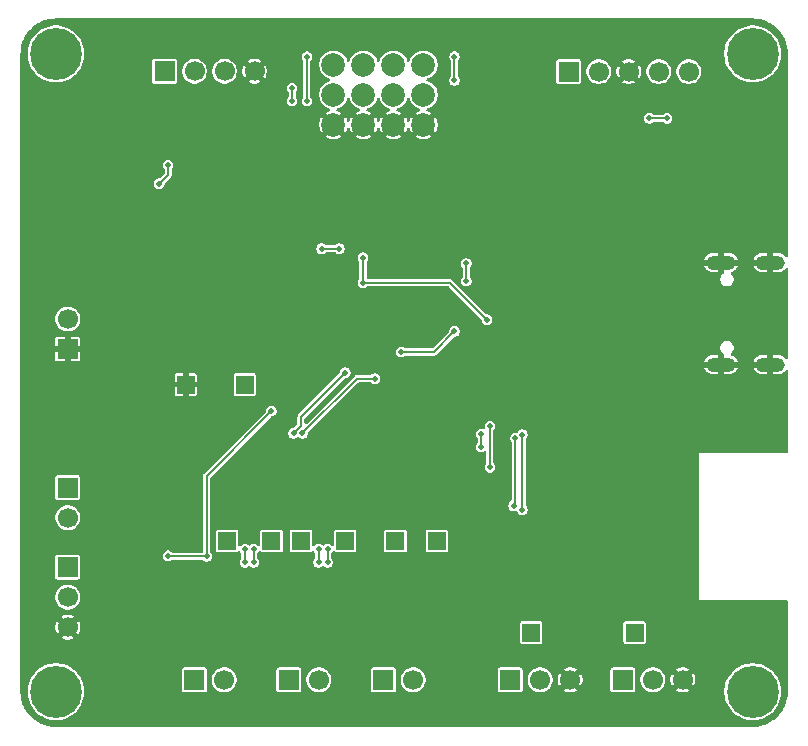
<source format=gbr>
%TF.GenerationSoftware,KiCad,Pcbnew,9.0.2*%
%TF.CreationDate,2025-06-25T14:47:54+02:00*%
%TF.ProjectId,ant control board v2,616e7420-636f-46e7-9472-6f6c20626f61,1.0*%
%TF.SameCoordinates,Original*%
%TF.FileFunction,Copper,L2,Bot*%
%TF.FilePolarity,Positive*%
%FSLAX46Y46*%
G04 Gerber Fmt 4.6, Leading zero omitted, Abs format (unit mm)*
G04 Created by KiCad (PCBNEW 9.0.2) date 2025-06-25 14:47:54*
%MOMM*%
%LPD*%
G01*
G04 APERTURE LIST*
%TA.AperFunction,ComponentPad*%
%ADD10R,1.500000X1.500000*%
%TD*%
%TA.AperFunction,ComponentPad*%
%ADD11R,1.700000X1.700000*%
%TD*%
%TA.AperFunction,ComponentPad*%
%ADD12C,1.700000*%
%TD*%
%TA.AperFunction,ComponentPad*%
%ADD13C,0.700000*%
%TD*%
%TA.AperFunction,ComponentPad*%
%ADD14C,4.400000*%
%TD*%
%TA.AperFunction,ComponentPad*%
%ADD15C,2.000000*%
%TD*%
%TA.AperFunction,ComponentPad*%
%ADD16O,2.500000X1.250000*%
%TD*%
%TA.AperFunction,ViaPad*%
%ADD17C,0.500000*%
%TD*%
%TA.AperFunction,ViaPad*%
%ADD18C,0.600000*%
%TD*%
%TA.AperFunction,Conductor*%
%ADD19C,0.200000*%
%TD*%
G04 APERTURE END LIST*
D10*
%TO.P,TP9,1,1*%
%TO.N,/MCU and RX/SERVO1*%
X160250000Y-121000000D03*
%TD*%
%TO.P,TP2,1,1*%
%TO.N,GND*%
X131000000Y-100000000D03*
%TD*%
D11*
%TO.P,J5,1,Pin_1*%
%TO.N,/DC Motors/M3+*%
X147725000Y-125000000D03*
D12*
%TO.P,J5,2,Pin_2*%
%TO.N,/DC Motors/M3-*%
X150265000Y-125000000D03*
%TD*%
D13*
%TO.P,H3,1*%
%TO.N,N/C*%
X177350000Y-126000000D03*
X177833274Y-124833274D03*
X177833274Y-127166726D03*
X179000000Y-124350000D03*
D14*
X179000000Y-126000000D03*
D13*
X179000000Y-127650000D03*
X180166726Y-124833274D03*
X180166726Y-127166726D03*
X180650000Y-126000000D03*
%TD*%
D11*
%TO.P,J3,1,Pin_1*%
%TO.N,/DC Motors/M1+*%
X131725000Y-125000000D03*
D12*
%TO.P,J3,2,Pin_2*%
%TO.N,/DC Motors/M1-*%
X134265000Y-125000000D03*
%TD*%
D10*
%TO.P,TP10,1,1*%
%TO.N,/MCU and RX/SERVO2*%
X169000000Y-121000000D03*
%TD*%
D11*
%TO.P,J10,1,Pin_1*%
%TO.N,/MCU and RX/UART2_RX*%
X129200000Y-73475000D03*
D12*
%TO.P,J10,2,Pin_2*%
%TO.N,/MCU and RX/UART2_TX*%
X131740000Y-73475000D03*
%TO.P,J10,3,Pin_3*%
%TO.N,+3V3*%
X134280000Y-73475000D03*
%TO.P,J10,4,Pin_4*%
%TO.N,GND*%
X136820000Y-73475000D03*
%TD*%
D11*
%TO.P,J8,1,Pin_1*%
%TO.N,+3V3*%
X121000000Y-115460000D03*
D12*
%TO.P,J8,2,Pin_2*%
%TO.N,Net-(J8-Pin_2)*%
X121000000Y-118000000D03*
%TO.P,J8,3,Pin_3*%
%TO.N,GND*%
X121000000Y-120540000D03*
%TD*%
D11*
%TO.P,J4,1,Pin_1*%
%TO.N,/DC Motors/M2+*%
X139725000Y-125000000D03*
D12*
%TO.P,J4,2,Pin_2*%
%TO.N,/DC Motors/M2-*%
X142265000Y-125000000D03*
%TD*%
D11*
%TO.P,J11,1,Pin_1*%
%TO.N,+3V3*%
X163420000Y-73500000D03*
D12*
%TO.P,J11,2,Pin_2*%
%TO.N,/MCU and RX/SWCLK*%
X165960000Y-73500000D03*
%TO.P,J11,3,Pin_3*%
%TO.N,GND*%
X168500000Y-73500000D03*
%TO.P,J11,4,Pin_4*%
%TO.N,/MCU and RX/SWDIO*%
X171040000Y-73500000D03*
%TO.P,J11,5,Pin_5*%
%TO.N,/MCU and RX/RESET*%
X173580000Y-73500000D03*
%TD*%
D13*
%TO.P,H1,1*%
%TO.N,N/C*%
X118350000Y-72000000D03*
X118833274Y-70833274D03*
X118833274Y-73166726D03*
X120000000Y-70350000D03*
D14*
X120000000Y-72000000D03*
D13*
X120000000Y-73650000D03*
X121166726Y-70833274D03*
X121166726Y-73166726D03*
X121650000Y-72000000D03*
%TD*%
D11*
%TO.P,J6,1,Pin_1*%
%TO.N,/MCU and RX/SERVO1*%
X158460000Y-125000000D03*
D12*
%TO.P,J6,2,Pin_2*%
%TO.N,+BATT*%
X161000000Y-125000000D03*
%TO.P,J6,3,Pin_3*%
%TO.N,GND*%
X163540000Y-125000000D03*
%TD*%
D10*
%TO.P,TP7,1,1*%
%TO.N,/DC Motors/PWM_M3_F*%
X148750000Y-113250000D03*
%TD*%
D11*
%TO.P,J9,1,Pin_1*%
%TO.N,/MCU and RX/DIGITAL_AUX1*%
X121000000Y-108725000D03*
D12*
%TO.P,J9,2,Pin_2*%
%TO.N,/MCU and RX/DIGITAL_AUX2*%
X121000000Y-111265000D03*
%TD*%
D10*
%TO.P,TP6,1,1*%
%TO.N,/DC Motors/PWM_M2_B*%
X144500000Y-113250000D03*
%TD*%
%TO.P,TP4,1,1*%
%TO.N,/DC Motors/PWM_M1_B*%
X138250000Y-113250000D03*
%TD*%
D15*
%TO.P,U7,1,GND*%
%TO.N,GND*%
X143500000Y-78000000D03*
%TO.P,U7,2,VCC*%
%TO.N,+3V3*%
X143500000Y-75460000D03*
%TO.P,U7,3,CH1_(PPM)*%
%TO.N,/MCU and RX/CH1_PPM*%
X143500000Y-72920000D03*
%TO.P,U7,4*%
%TO.N,GND*%
X146040000Y-78000000D03*
%TO.P,U7,5*%
%TO.N,+3V3*%
X146040000Y-75460000D03*
%TO.P,U7,6,CH2*%
%TO.N,/MCU and RX/CH2*%
X146040000Y-72920000D03*
%TO.P,U7,7*%
%TO.N,GND*%
X148580000Y-78000000D03*
%TO.P,U7,8*%
%TO.N,+3V3*%
X148580000Y-75460000D03*
%TO.P,U7,9,CH3*%
%TO.N,/MCU and RX/CH3*%
X148580000Y-72920000D03*
%TO.P,U7,10*%
%TO.N,GND*%
X151120000Y-78000000D03*
%TO.P,U7,11*%
%TO.N,+3V3*%
X151120000Y-75460000D03*
%TO.P,U7,12,CH4*%
%TO.N,/MCU and RX/CH4*%
X151120000Y-72920000D03*
%TD*%
D10*
%TO.P,TP1,1,1*%
%TO.N,+3V3*%
X136000000Y-100000000D03*
%TD*%
D13*
%TO.P,H2,1*%
%TO.N,N/C*%
X177350000Y-72000000D03*
X177833274Y-70833274D03*
X177833274Y-73166726D03*
X179000000Y-70350000D03*
D14*
X179000000Y-72000000D03*
D13*
X179000000Y-73650000D03*
X180166726Y-70833274D03*
X180166726Y-73166726D03*
X180650000Y-72000000D03*
%TD*%
D16*
%TO.P,J1,13,SHIELD*%
%TO.N,GND*%
X176320000Y-98320000D03*
X180500000Y-98320000D03*
X176320000Y-89680000D03*
X180500000Y-89680000D03*
%TD*%
D10*
%TO.P,TP8,1,1*%
%TO.N,/DC Motors/PWM_M3_B*%
X152250000Y-113250000D03*
%TD*%
%TO.P,TP5,1,1*%
%TO.N,/DC Motors/PWM_M2_F*%
X140750000Y-113250000D03*
%TD*%
D11*
%TO.P,J7,1,Pin_1*%
%TO.N,/MCU and RX/SERVO2*%
X168000000Y-125000000D03*
D12*
%TO.P,J7,2,Pin_2*%
%TO.N,+BATT*%
X170540000Y-125000000D03*
%TO.P,J7,3,Pin_3*%
%TO.N,GND*%
X173080000Y-125000000D03*
%TD*%
D10*
%TO.P,TP3,1,1*%
%TO.N,/DC Motors/PWM_M1_F*%
X134500000Y-113250000D03*
%TD*%
D13*
%TO.P,H4,1*%
%TO.N,N/C*%
X118350000Y-126000000D03*
X118833274Y-124833274D03*
X118833274Y-127166726D03*
X120000000Y-124350000D03*
D14*
X120000000Y-126000000D03*
D13*
X120000000Y-127650000D03*
X121166726Y-124833274D03*
X121166726Y-127166726D03*
X121650000Y-126000000D03*
%TD*%
D11*
%TO.P,J2,1,Pin_1*%
%TO.N,GND*%
X121000000Y-97000000D03*
D12*
%TO.P,J2,2,Pin_2*%
%TO.N,+BATT*%
X121000000Y-94460000D03*
%TD*%
D17*
%TO.N,/MCU and RX/RESET*%
X171750000Y-77470000D03*
D18*
%TO.N,GND*%
X143500000Y-118500000D03*
X123500000Y-122000000D03*
X135500000Y-118500000D03*
X141500000Y-90750000D03*
X159250000Y-82750000D03*
X160750000Y-108952973D03*
X121500000Y-81250000D03*
X144500000Y-93500000D03*
X151500000Y-118500000D03*
X146250000Y-117725000D03*
X143500000Y-94500000D03*
X130250000Y-117719672D03*
X138250000Y-116000000D03*
X129000000Y-105250000D03*
X157750000Y-97275000D03*
X147986763Y-93986763D03*
X130250000Y-116000000D03*
X124250000Y-87000000D03*
D17*
X132000000Y-99000000D03*
D18*
X123000000Y-84750000D03*
X130000000Y-98000000D03*
X127000000Y-98000000D03*
X137000000Y-95000000D03*
D17*
X125250000Y-81750000D03*
D18*
X128500000Y-98000000D03*
X155500000Y-106250000D03*
X126750000Y-79500000D03*
X146250000Y-116000000D03*
X140500000Y-99000000D03*
X140750000Y-100750000D03*
X123362500Y-81250000D03*
X138250000Y-117750000D03*
X124000000Y-105250000D03*
D17*
%TO.N,+3V3*%
X132775000Y-114550000D03*
X129500000Y-114500000D03*
X156500000Y-94500000D03*
X146000000Y-89250000D03*
X138250000Y-102250000D03*
X146000000Y-91375000D03*
%TO.N,/MCU and RX/RESET*%
X170250000Y-77470000D03*
%TO.N,/MCU and RX/DIGITAL_AUX1*%
X140125000Y-104125000D03*
X144500000Y-99000000D03*
%TO.N,/MCU and RX/DIGITAL_AUX2*%
X147000000Y-99500000D03*
X140878260Y-104141302D03*
%TO.N,/MCU and RX/BOOT0*%
X149250000Y-97250000D03*
X153750000Y-95500000D03*
X154750000Y-89750000D03*
X154750000Y-91250000D03*
%TO.N,/MCU and RX/I2C1_SDA*%
X129500000Y-81400057D03*
X128750000Y-83000000D03*
%TO.N,/MCU and RX/I2C1_SCL*%
X142494000Y-88500000D03*
X144000000Y-88500000D03*
%TO.N,/DC Motors/PWM_M1_B*%
X136750000Y-115050000D03*
X136750000Y-113950000D03*
%TO.N,/DC Motors/PWM_M1_F*%
X136000000Y-115050000D03*
X136000000Y-113950000D03*
%TO.N,/DC Motors/PWM_M2_F*%
X142250000Y-113950000D03*
X142250000Y-115050000D03*
%TO.N,/DC Motors/PWM_M2_B*%
X143000000Y-115050000D03*
X143000000Y-113950000D03*
%TO.N,/MCU and RX/CH1_PPM*%
X140000000Y-74910000D03*
X140000000Y-76010000D03*
%TO.N,/MCU and RX/SPI2_MISO*%
X158750000Y-110250000D03*
X158915042Y-104542479D03*
%TO.N,/MCU and RX/SPI2_SCK*%
X156750000Y-107000000D03*
X156750000Y-103500000D03*
%TO.N,/MCU and RX/CH2*%
X141250000Y-72250000D03*
X141250000Y-76010000D03*
%TO.N,/MCU and RX/SPI2_NSS*%
X156000000Y-104175000D03*
X156000000Y-105275000D03*
%TO.N,/MCU and RX/CH3*%
X153750000Y-74250000D03*
X153750000Y-72250000D03*
%TO.N,/MCU and RX/SPI2_MOSI*%
X159500000Y-104250000D03*
X159500000Y-110587500D03*
%TD*%
D19*
%TO.N,/MCU and RX/I2C1_SCL*%
X144000000Y-88500000D02*
X142494000Y-88500000D01*
%TO.N,+3V3*%
X146000000Y-91375000D02*
X153375000Y-91375000D01*
X132775000Y-107725000D02*
X132775000Y-114550000D01*
X129550000Y-114550000D02*
X132775000Y-114550000D01*
X146000000Y-89250000D02*
X146000000Y-91375000D01*
X138250000Y-102250000D02*
X132775000Y-107725000D01*
X153375000Y-91375000D02*
X156500000Y-94500000D01*
X129500000Y-114500000D02*
X129550000Y-114550000D01*
%TO.N,/MCU and RX/DIGITAL_AUX1*%
X140750000Y-102750000D02*
X144500000Y-99000000D01*
X140750000Y-103500000D02*
X140750000Y-102750000D01*
X140125000Y-104125000D02*
X140750000Y-103500000D01*
%TO.N,/MCU and RX/DIGITAL_AUX2*%
X145500000Y-99500000D02*
X147000000Y-99500000D01*
X140878260Y-104121740D02*
X145500000Y-99500000D01*
X140878260Y-104141302D02*
X140878260Y-104121740D01*
%TO.N,/MCU and RX/BOOT0*%
X154750000Y-91250000D02*
X154750000Y-89750000D01*
X149250000Y-97250000D02*
X152000000Y-97250000D01*
X152000000Y-97250000D02*
X153750000Y-95500000D01*
%TO.N,/MCU and RX/I2C1_SDA*%
X129500000Y-82250000D02*
X129500000Y-81400057D01*
X128750000Y-83000000D02*
X129500000Y-82250000D01*
%TO.N,/DC Motors/PWM_M1_B*%
X136750000Y-113950000D02*
X136750000Y-115050000D01*
%TO.N,/DC Motors/PWM_M1_F*%
X136000000Y-115050000D02*
X136000000Y-113950000D01*
%TO.N,/DC Motors/PWM_M2_F*%
X142250000Y-115050000D02*
X142250000Y-113950000D01*
%TO.N,/DC Motors/PWM_M2_B*%
X143000000Y-115050000D02*
X143000000Y-113950000D01*
%TO.N,/MCU and RX/CH1_PPM*%
X140000000Y-74910000D02*
X140000000Y-76010000D01*
%TO.N,/MCU and RX/SPI2_MISO*%
X158915042Y-104542479D02*
X158888909Y-104568612D01*
X158888909Y-104568612D02*
X158888909Y-110111091D01*
X158888909Y-110111091D02*
X158750000Y-110250000D01*
%TO.N,/MCU and RX/SPI2_SCK*%
X156750000Y-103500000D02*
X156750000Y-107000000D01*
%TO.N,/MCU and RX/CH2*%
X141250000Y-72250000D02*
X141250000Y-76010000D01*
%TO.N,/MCU and RX/SPI2_NSS*%
X156000000Y-105275000D02*
X156000000Y-104175000D01*
%TO.N,/MCU and RX/CH3*%
X153750000Y-74250000D02*
X153750000Y-72250000D01*
%TO.N,/MCU and RX/SPI2_MOSI*%
X159500000Y-104250000D02*
X159500000Y-110587500D01*
%TO.N,/MCU and RX/RESET*%
X171750000Y-77470000D02*
X170250000Y-77470000D01*
%TD*%
%TA.AperFunction,Conductor*%
%TO.N,GND*%
G36*
X144824712Y-75726238D02*
G01*
X144876188Y-75773482D01*
X144887931Y-75799196D01*
X144927454Y-75920836D01*
X145013240Y-76089199D01*
X145124310Y-76242073D01*
X145257927Y-76375690D01*
X145410801Y-76486760D01*
X145579168Y-76572547D01*
X145701612Y-76612331D01*
X145759287Y-76651769D01*
X145786485Y-76716127D01*
X145774570Y-76784974D01*
X145727326Y-76836449D01*
X145701612Y-76848193D01*
X145579361Y-76887915D01*
X145411060Y-76973669D01*
X145385670Y-76992116D01*
X145385669Y-76992116D01*
X145910591Y-77517037D01*
X145847007Y-77534075D01*
X145732993Y-77599901D01*
X145639901Y-77692993D01*
X145574075Y-77807007D01*
X145557037Y-77870590D01*
X145032116Y-77345669D01*
X145032116Y-77345670D01*
X145013669Y-77371060D01*
X144927914Y-77539362D01*
X144887931Y-77662420D01*
X144848494Y-77720095D01*
X144784135Y-77747294D01*
X144715289Y-77735380D01*
X144663813Y-77688136D01*
X144652069Y-77662420D01*
X144612085Y-77539362D01*
X144526329Y-77371059D01*
X144507883Y-77345670D01*
X144507882Y-77345669D01*
X143982962Y-77870590D01*
X143965925Y-77807007D01*
X143900099Y-77692993D01*
X143807007Y-77599901D01*
X143692993Y-77534075D01*
X143629409Y-77517037D01*
X144154328Y-76992116D01*
X144128933Y-76973666D01*
X143960637Y-76887914D01*
X143838388Y-76848193D01*
X143780712Y-76808755D01*
X143753514Y-76744397D01*
X143765429Y-76675550D01*
X143812673Y-76624075D01*
X143838382Y-76612333D01*
X143960832Y-76572547D01*
X144129199Y-76486760D01*
X144282073Y-76375690D01*
X144415690Y-76242073D01*
X144526760Y-76089199D01*
X144612547Y-75920832D01*
X144652069Y-75799195D01*
X144691507Y-75741521D01*
X144755866Y-75714323D01*
X144824712Y-75726238D01*
G37*
%TD.AperFunction*%
%TA.AperFunction,Conductor*%
G36*
X147364712Y-75726238D02*
G01*
X147416188Y-75773482D01*
X147427931Y-75799196D01*
X147467454Y-75920836D01*
X147553240Y-76089199D01*
X147664310Y-76242073D01*
X147797927Y-76375690D01*
X147950801Y-76486760D01*
X148119168Y-76572547D01*
X148241612Y-76612331D01*
X148299287Y-76651769D01*
X148326485Y-76716127D01*
X148314570Y-76784974D01*
X148267326Y-76836449D01*
X148241612Y-76848193D01*
X148119361Y-76887915D01*
X147951060Y-76973669D01*
X147925670Y-76992116D01*
X147925669Y-76992116D01*
X148450591Y-77517037D01*
X148387007Y-77534075D01*
X148272993Y-77599901D01*
X148179901Y-77692993D01*
X148114075Y-77807007D01*
X148097037Y-77870590D01*
X147572116Y-77345669D01*
X147572116Y-77345670D01*
X147553669Y-77371060D01*
X147467914Y-77539362D01*
X147427931Y-77662420D01*
X147388494Y-77720095D01*
X147324135Y-77747294D01*
X147255289Y-77735380D01*
X147203813Y-77688136D01*
X147192069Y-77662420D01*
X147152085Y-77539362D01*
X147066329Y-77371059D01*
X147047883Y-77345670D01*
X147047882Y-77345669D01*
X146522962Y-77870590D01*
X146505925Y-77807007D01*
X146440099Y-77692993D01*
X146347007Y-77599901D01*
X146232993Y-77534075D01*
X146169409Y-77517037D01*
X146694328Y-76992116D01*
X146668933Y-76973666D01*
X146500637Y-76887914D01*
X146378388Y-76848193D01*
X146320712Y-76808755D01*
X146293514Y-76744397D01*
X146305429Y-76675550D01*
X146352673Y-76624075D01*
X146378382Y-76612333D01*
X146500832Y-76572547D01*
X146669199Y-76486760D01*
X146822073Y-76375690D01*
X146955690Y-76242073D01*
X147066760Y-76089199D01*
X147152547Y-75920832D01*
X147192069Y-75799195D01*
X147231507Y-75741521D01*
X147295866Y-75714323D01*
X147364712Y-75726238D01*
G37*
%TD.AperFunction*%
%TA.AperFunction,Conductor*%
G36*
X149904712Y-75726238D02*
G01*
X149956188Y-75773482D01*
X149967931Y-75799196D01*
X150007454Y-75920836D01*
X150093240Y-76089199D01*
X150204310Y-76242073D01*
X150337927Y-76375690D01*
X150490801Y-76486760D01*
X150659168Y-76572547D01*
X150781612Y-76612331D01*
X150839287Y-76651769D01*
X150866485Y-76716127D01*
X150854570Y-76784974D01*
X150807326Y-76836449D01*
X150781612Y-76848193D01*
X150659361Y-76887915D01*
X150491060Y-76973669D01*
X150465670Y-76992116D01*
X150465669Y-76992116D01*
X150990591Y-77517037D01*
X150927007Y-77534075D01*
X150812993Y-77599901D01*
X150719901Y-77692993D01*
X150654075Y-77807007D01*
X150637037Y-77870590D01*
X150112116Y-77345669D01*
X150112116Y-77345670D01*
X150093669Y-77371060D01*
X150007914Y-77539362D01*
X149967931Y-77662420D01*
X149928494Y-77720095D01*
X149864135Y-77747294D01*
X149795289Y-77735380D01*
X149743813Y-77688136D01*
X149732069Y-77662420D01*
X149692085Y-77539362D01*
X149606329Y-77371059D01*
X149587883Y-77345670D01*
X149587882Y-77345669D01*
X149062962Y-77870590D01*
X149045925Y-77807007D01*
X148980099Y-77692993D01*
X148887007Y-77599901D01*
X148772993Y-77534075D01*
X148709409Y-77517037D01*
X149234328Y-76992116D01*
X149208933Y-76973666D01*
X149040637Y-76887914D01*
X148918388Y-76848193D01*
X148860712Y-76808755D01*
X148833514Y-76744397D01*
X148845429Y-76675550D01*
X148892673Y-76624075D01*
X148918382Y-76612333D01*
X149040832Y-76572547D01*
X149209199Y-76486760D01*
X149362073Y-76375690D01*
X149495690Y-76242073D01*
X149606760Y-76089199D01*
X149692547Y-75920832D01*
X149732069Y-75799195D01*
X149771507Y-75741521D01*
X149835866Y-75714323D01*
X149904712Y-75726238D01*
G37*
%TD.AperFunction*%
%TA.AperFunction,Conductor*%
G36*
X179003243Y-69000669D02*
G01*
X179280182Y-69015184D01*
X179287575Y-69015794D01*
X179349875Y-69022813D01*
X179355353Y-69023555D01*
X179597128Y-69061848D01*
X179605289Y-69063423D01*
X179660830Y-69076100D01*
X179665181Y-69077179D01*
X179908157Y-69142284D01*
X179916999Y-69145013D01*
X179959629Y-69159930D01*
X179963079Y-69161195D01*
X180209378Y-69255739D01*
X180218711Y-69259770D01*
X180239307Y-69269689D01*
X180241754Y-69270900D01*
X180493968Y-69399411D01*
X180505203Y-69405898D01*
X180757608Y-69569812D01*
X180768109Y-69577441D01*
X181002010Y-69766850D01*
X181011655Y-69775535D01*
X181224464Y-69988344D01*
X181233149Y-69997989D01*
X181422558Y-70231890D01*
X181430187Y-70242391D01*
X181594101Y-70494796D01*
X181600591Y-70506036D01*
X181729075Y-70758199D01*
X181730309Y-70760691D01*
X181740223Y-70781277D01*
X181744268Y-70790643D01*
X181838791Y-71036887D01*
X181840068Y-71040369D01*
X181854985Y-71082999D01*
X181857719Y-71091860D01*
X181922806Y-71334766D01*
X181923923Y-71339269D01*
X181936569Y-71394679D01*
X181938150Y-71402872D01*
X181976440Y-71644627D01*
X181977187Y-71650142D01*
X181984204Y-71712424D01*
X181984814Y-71719816D01*
X181999330Y-71996755D01*
X181999500Y-72003246D01*
X181999500Y-89095047D01*
X181979815Y-89162086D01*
X181927011Y-89207841D01*
X181857853Y-89217785D01*
X181794297Y-89188760D01*
X181772399Y-89163940D01*
X181765818Y-89154091D01*
X181650910Y-89039183D01*
X181650906Y-89039180D01*
X181515781Y-88948892D01*
X181515779Y-88948891D01*
X181365648Y-88886705D01*
X181365636Y-88886702D01*
X181206259Y-88855000D01*
X180750000Y-88855000D01*
X180750000Y-89380000D01*
X180250000Y-89380000D01*
X180250000Y-88855000D01*
X179793740Y-88855000D01*
X179634363Y-88886702D01*
X179634351Y-88886705D01*
X179484220Y-88948891D01*
X179484218Y-88948892D01*
X179349093Y-89039180D01*
X179349089Y-89039183D01*
X179234183Y-89154089D01*
X179234180Y-89154093D01*
X179143892Y-89289218D01*
X179085579Y-89429999D01*
X179085579Y-89430000D01*
X179783012Y-89430000D01*
X179765795Y-89439940D01*
X179709940Y-89495795D01*
X179670444Y-89564204D01*
X179650000Y-89640504D01*
X179650000Y-89719496D01*
X179670444Y-89795796D01*
X179709940Y-89864205D01*
X179765795Y-89920060D01*
X179783012Y-89930000D01*
X179085579Y-89930000D01*
X179143892Y-90070781D01*
X179234180Y-90205906D01*
X179234183Y-90205910D01*
X179349089Y-90320816D01*
X179349093Y-90320819D01*
X179484218Y-90411107D01*
X179484220Y-90411108D01*
X179634351Y-90473294D01*
X179634363Y-90473297D01*
X179793740Y-90504999D01*
X179793744Y-90505000D01*
X180250000Y-90505000D01*
X180250000Y-89980000D01*
X180750000Y-89980000D01*
X180750000Y-90505000D01*
X181206256Y-90505000D01*
X181206259Y-90504999D01*
X181365636Y-90473297D01*
X181365648Y-90473294D01*
X181515779Y-90411108D01*
X181515781Y-90411107D01*
X181650906Y-90320819D01*
X181650910Y-90320816D01*
X181765817Y-90205909D01*
X181772397Y-90196062D01*
X181826009Y-90151257D01*
X181895334Y-90142548D01*
X181958362Y-90172703D01*
X181995081Y-90232145D01*
X181999500Y-90264952D01*
X181999500Y-97735047D01*
X181979815Y-97802086D01*
X181927011Y-97847841D01*
X181857853Y-97857785D01*
X181794297Y-97828760D01*
X181772399Y-97803940D01*
X181765818Y-97794091D01*
X181650910Y-97679183D01*
X181650906Y-97679180D01*
X181515781Y-97588892D01*
X181515779Y-97588891D01*
X181365648Y-97526705D01*
X181365636Y-97526702D01*
X181206259Y-97495000D01*
X180750000Y-97495000D01*
X180750000Y-98020000D01*
X180250000Y-98020000D01*
X180250000Y-97495000D01*
X179793740Y-97495000D01*
X179634363Y-97526702D01*
X179634351Y-97526705D01*
X179484220Y-97588891D01*
X179484218Y-97588892D01*
X179349093Y-97679180D01*
X179349089Y-97679183D01*
X179234183Y-97794089D01*
X179234180Y-97794093D01*
X179143892Y-97929218D01*
X179085579Y-98069999D01*
X179085579Y-98070000D01*
X179783012Y-98070000D01*
X179765795Y-98079940D01*
X179709940Y-98135795D01*
X179670444Y-98204204D01*
X179650000Y-98280504D01*
X179650000Y-98359496D01*
X179670444Y-98435796D01*
X179709940Y-98504205D01*
X179765795Y-98560060D01*
X179783012Y-98570000D01*
X179085579Y-98570000D01*
X179143892Y-98710781D01*
X179234180Y-98845906D01*
X179234183Y-98845910D01*
X179349089Y-98960816D01*
X179349093Y-98960819D01*
X179484218Y-99051107D01*
X179484220Y-99051108D01*
X179634351Y-99113294D01*
X179634363Y-99113297D01*
X179793740Y-99144999D01*
X179793744Y-99145000D01*
X180250000Y-99145000D01*
X180250000Y-98620000D01*
X180750000Y-98620000D01*
X180750000Y-99145000D01*
X181206256Y-99145000D01*
X181206259Y-99144999D01*
X181365636Y-99113297D01*
X181365648Y-99113294D01*
X181515779Y-99051108D01*
X181515781Y-99051107D01*
X181650906Y-98960819D01*
X181650910Y-98960816D01*
X181765817Y-98845909D01*
X181772397Y-98836062D01*
X181826009Y-98791257D01*
X181895334Y-98782548D01*
X181958362Y-98812703D01*
X181995081Y-98872145D01*
X181999500Y-98904952D01*
X181999500Y-105653000D01*
X181979815Y-105720039D01*
X181927011Y-105765794D01*
X181875500Y-105777000D01*
X174419500Y-105777000D01*
X174419500Y-118223000D01*
X181875500Y-118223000D01*
X181942539Y-118242685D01*
X181988294Y-118295489D01*
X181999500Y-118347000D01*
X181999500Y-125996753D01*
X181999330Y-126003244D01*
X181984814Y-126280182D01*
X181984204Y-126287574D01*
X181977187Y-126349856D01*
X181976440Y-126355371D01*
X181938150Y-126597126D01*
X181936569Y-126605319D01*
X181923923Y-126660729D01*
X181922806Y-126665232D01*
X181857719Y-126908138D01*
X181854985Y-126916999D01*
X181840068Y-126959629D01*
X181838791Y-126963111D01*
X181744268Y-127209355D01*
X181740223Y-127218721D01*
X181730309Y-127239307D01*
X181729075Y-127241799D01*
X181600591Y-127493964D01*
X181594105Y-127505197D01*
X181531186Y-127602085D01*
X181430187Y-127757609D01*
X181422558Y-127768109D01*
X181233149Y-128002010D01*
X181224464Y-128011655D01*
X181011655Y-128224464D01*
X181002010Y-128233149D01*
X180768109Y-128422558D01*
X180757609Y-128430187D01*
X180505197Y-128594105D01*
X180493964Y-128600591D01*
X180241799Y-128729075D01*
X180239307Y-128730309D01*
X180218721Y-128740223D01*
X180209355Y-128744268D01*
X179963111Y-128838791D01*
X179959629Y-128840068D01*
X179916999Y-128854985D01*
X179908138Y-128857719D01*
X179665232Y-128922806D01*
X179660729Y-128923923D01*
X179605319Y-128936569D01*
X179597126Y-128938150D01*
X179355371Y-128976440D01*
X179349856Y-128977187D01*
X179287574Y-128984204D01*
X179280182Y-128984814D01*
X179003244Y-128999330D01*
X178996753Y-128999500D01*
X120003246Y-128999500D01*
X119996757Y-128999330D01*
X119986676Y-128998801D01*
X119719816Y-128984814D01*
X119712424Y-128984204D01*
X119650142Y-128977187D01*
X119644627Y-128976440D01*
X119402872Y-128938150D01*
X119394679Y-128936569D01*
X119366044Y-128930033D01*
X119339245Y-128923917D01*
X119334766Y-128922806D01*
X119091860Y-128857719D01*
X119082999Y-128854985D01*
X119040369Y-128840068D01*
X119036887Y-128838791D01*
X118790643Y-128744268D01*
X118781277Y-128740223D01*
X118760691Y-128730309D01*
X118758199Y-128729075D01*
X118506036Y-128600591D01*
X118494796Y-128594101D01*
X118242391Y-128430187D01*
X118231890Y-128422558D01*
X117997989Y-128233149D01*
X117988344Y-128224464D01*
X117775535Y-128011655D01*
X117766850Y-128002010D01*
X117577441Y-127768109D01*
X117569812Y-127757608D01*
X117468814Y-127602085D01*
X117405896Y-127505199D01*
X117399408Y-127493963D01*
X117333223Y-127364068D01*
X117270900Y-127241754D01*
X117269689Y-127239307D01*
X117259775Y-127218721D01*
X117255739Y-127209378D01*
X117161195Y-126963079D01*
X117159930Y-126959629D01*
X117145013Y-126916999D01*
X117142284Y-126908157D01*
X117077179Y-126665181D01*
X117076100Y-126660830D01*
X117063423Y-126605289D01*
X117061848Y-126597126D01*
X117023555Y-126355353D01*
X117022811Y-126349856D01*
X117015794Y-126287574D01*
X117015184Y-126280181D01*
X117000670Y-126003243D01*
X117000500Y-125996753D01*
X117000500Y-125865186D01*
X117599500Y-125865186D01*
X117599500Y-126134813D01*
X117629686Y-126402719D01*
X117629688Y-126402731D01*
X117689684Y-126665594D01*
X117689687Y-126665602D01*
X117778734Y-126920082D01*
X117895714Y-127162994D01*
X117895716Y-127162997D01*
X118039162Y-127391289D01*
X118207266Y-127602085D01*
X118397915Y-127792734D01*
X118608711Y-127960838D01*
X118837003Y-128104284D01*
X119079921Y-128221267D01*
X119271049Y-128288145D01*
X119334397Y-128310312D01*
X119334405Y-128310315D01*
X119334408Y-128310315D01*
X119334409Y-128310316D01*
X119597268Y-128370312D01*
X119865187Y-128400499D01*
X119865188Y-128400500D01*
X119865191Y-128400500D01*
X120134812Y-128400500D01*
X120134812Y-128400499D01*
X120402732Y-128370312D01*
X120665591Y-128310316D01*
X120920079Y-128221267D01*
X121162997Y-128104284D01*
X121391289Y-127960838D01*
X121602085Y-127792734D01*
X121792734Y-127602085D01*
X121960838Y-127391289D01*
X122104284Y-127162997D01*
X122221267Y-126920079D01*
X122310316Y-126665591D01*
X122370312Y-126402732D01*
X122400500Y-126134809D01*
X122400500Y-125865191D01*
X122370312Y-125597268D01*
X122310316Y-125334409D01*
X122300519Y-125306412D01*
X122288145Y-125271049D01*
X122221267Y-125079921D01*
X122104284Y-124837003D01*
X121960838Y-124608711D01*
X121792734Y-124397915D01*
X121602085Y-124207266D01*
X121572940Y-124184024D01*
X121505512Y-124130252D01*
X121505506Y-124130247D01*
X130674500Y-124130247D01*
X130674500Y-125869752D01*
X130686131Y-125928229D01*
X130686132Y-125928230D01*
X130730447Y-125994552D01*
X130796769Y-126038867D01*
X130796770Y-126038868D01*
X130855247Y-126050499D01*
X130855250Y-126050500D01*
X130855252Y-126050500D01*
X132594750Y-126050500D01*
X132594751Y-126050499D01*
X132609568Y-126047552D01*
X132653229Y-126038868D01*
X132653229Y-126038867D01*
X132653231Y-126038867D01*
X132719552Y-125994552D01*
X132763867Y-125928231D01*
X132763867Y-125928229D01*
X132763868Y-125928229D01*
X132775499Y-125869752D01*
X132775500Y-125869750D01*
X132775500Y-124896530D01*
X133214500Y-124896530D01*
X133214500Y-125103469D01*
X133254868Y-125306412D01*
X133254870Y-125306420D01*
X133334058Y-125497596D01*
X133449024Y-125669657D01*
X133595342Y-125815975D01*
X133595345Y-125815977D01*
X133767402Y-125930941D01*
X133958580Y-126010130D01*
X134103052Y-126038867D01*
X134161530Y-126050499D01*
X134161534Y-126050500D01*
X134161535Y-126050500D01*
X134368466Y-126050500D01*
X134368467Y-126050499D01*
X134571420Y-126010130D01*
X134762598Y-125930941D01*
X134934655Y-125815977D01*
X135080977Y-125669655D01*
X135195941Y-125497598D01*
X135275130Y-125306420D01*
X135315500Y-125103465D01*
X135315500Y-124896535D01*
X135275130Y-124693580D01*
X135195941Y-124502402D01*
X135080977Y-124330345D01*
X135080975Y-124330342D01*
X134934657Y-124184024D01*
X134854173Y-124130247D01*
X138674500Y-124130247D01*
X138674500Y-125869752D01*
X138686131Y-125928229D01*
X138686132Y-125928230D01*
X138730447Y-125994552D01*
X138796769Y-126038867D01*
X138796770Y-126038868D01*
X138855247Y-126050499D01*
X138855250Y-126050500D01*
X138855252Y-126050500D01*
X140594750Y-126050500D01*
X140594751Y-126050499D01*
X140609568Y-126047552D01*
X140653229Y-126038868D01*
X140653229Y-126038867D01*
X140653231Y-126038867D01*
X140719552Y-125994552D01*
X140763867Y-125928231D01*
X140763867Y-125928229D01*
X140763868Y-125928229D01*
X140775499Y-125869752D01*
X140775500Y-125869750D01*
X140775500Y-124896530D01*
X141214500Y-124896530D01*
X141214500Y-125103469D01*
X141254868Y-125306412D01*
X141254870Y-125306420D01*
X141334058Y-125497596D01*
X141449024Y-125669657D01*
X141595342Y-125815975D01*
X141595345Y-125815977D01*
X141767402Y-125930941D01*
X141958580Y-126010130D01*
X142103052Y-126038867D01*
X142161530Y-126050499D01*
X142161534Y-126050500D01*
X142161535Y-126050500D01*
X142368466Y-126050500D01*
X142368467Y-126050499D01*
X142571420Y-126010130D01*
X142762598Y-125930941D01*
X142934655Y-125815977D01*
X143080977Y-125669655D01*
X143195941Y-125497598D01*
X143275130Y-125306420D01*
X143315500Y-125103465D01*
X143315500Y-124896535D01*
X143275130Y-124693580D01*
X143195941Y-124502402D01*
X143080977Y-124330345D01*
X143080975Y-124330342D01*
X142934657Y-124184024D01*
X142854173Y-124130247D01*
X146674500Y-124130247D01*
X146674500Y-125869752D01*
X146686131Y-125928229D01*
X146686132Y-125928230D01*
X146730447Y-125994552D01*
X146796769Y-126038867D01*
X146796770Y-126038868D01*
X146855247Y-126050499D01*
X146855250Y-126050500D01*
X146855252Y-126050500D01*
X148594750Y-126050500D01*
X148594751Y-126050499D01*
X148609568Y-126047552D01*
X148653229Y-126038868D01*
X148653229Y-126038867D01*
X148653231Y-126038867D01*
X148719552Y-125994552D01*
X148763867Y-125928231D01*
X148763867Y-125928229D01*
X148763868Y-125928229D01*
X148775499Y-125869752D01*
X148775500Y-125869750D01*
X148775500Y-124896530D01*
X149214500Y-124896530D01*
X149214500Y-125103469D01*
X149254868Y-125306412D01*
X149254870Y-125306420D01*
X149334058Y-125497596D01*
X149449024Y-125669657D01*
X149595342Y-125815975D01*
X149595345Y-125815977D01*
X149767402Y-125930941D01*
X149958580Y-126010130D01*
X150103052Y-126038867D01*
X150161530Y-126050499D01*
X150161534Y-126050500D01*
X150161535Y-126050500D01*
X150368466Y-126050500D01*
X150368467Y-126050499D01*
X150571420Y-126010130D01*
X150762598Y-125930941D01*
X150934655Y-125815977D01*
X151080977Y-125669655D01*
X151195941Y-125497598D01*
X151275130Y-125306420D01*
X151315500Y-125103465D01*
X151315500Y-124896535D01*
X151275130Y-124693580D01*
X151195941Y-124502402D01*
X151080977Y-124330345D01*
X151080975Y-124330342D01*
X150934657Y-124184024D01*
X150854173Y-124130247D01*
X157409500Y-124130247D01*
X157409500Y-125869752D01*
X157421131Y-125928229D01*
X157421132Y-125928230D01*
X157465447Y-125994552D01*
X157531769Y-126038867D01*
X157531770Y-126038868D01*
X157590247Y-126050499D01*
X157590250Y-126050500D01*
X157590252Y-126050500D01*
X159329750Y-126050500D01*
X159329751Y-126050499D01*
X159344568Y-126047552D01*
X159388229Y-126038868D01*
X159388229Y-126038867D01*
X159388231Y-126038867D01*
X159454552Y-125994552D01*
X159498867Y-125928231D01*
X159498867Y-125928229D01*
X159498868Y-125928229D01*
X159510499Y-125869752D01*
X159510500Y-125869750D01*
X159510500Y-124896530D01*
X159949500Y-124896530D01*
X159949500Y-125103469D01*
X159989868Y-125306412D01*
X159989870Y-125306420D01*
X160069058Y-125497596D01*
X160184024Y-125669657D01*
X160330342Y-125815975D01*
X160330345Y-125815977D01*
X160502402Y-125930941D01*
X160693580Y-126010130D01*
X160838052Y-126038867D01*
X160896530Y-126050499D01*
X160896534Y-126050500D01*
X160896535Y-126050500D01*
X161103466Y-126050500D01*
X161103467Y-126050499D01*
X161306420Y-126010130D01*
X161497598Y-125930941D01*
X161669655Y-125815977D01*
X161669658Y-125815974D01*
X161720905Y-125764728D01*
X161815974Y-125669658D01*
X161815975Y-125669657D01*
X161815977Y-125669655D01*
X161930941Y-125497598D01*
X162010130Y-125306420D01*
X162050500Y-125103465D01*
X162050500Y-124896579D01*
X162490000Y-124896579D01*
X162490000Y-125103420D01*
X162530348Y-125306266D01*
X162530350Y-125306274D01*
X162609500Y-125497359D01*
X162641377Y-125545067D01*
X162641378Y-125545067D01*
X163057037Y-125129408D01*
X163074075Y-125192993D01*
X163139901Y-125307007D01*
X163232993Y-125400099D01*
X163347007Y-125465925D01*
X163410590Y-125482962D01*
X162994931Y-125898620D01*
X162994932Y-125898621D01*
X163042633Y-125930495D01*
X163042639Y-125930498D01*
X163233725Y-126009649D01*
X163233733Y-126009651D01*
X163436579Y-126049999D01*
X163436583Y-126050000D01*
X163643417Y-126050000D01*
X163643420Y-126049999D01*
X163846266Y-126009651D01*
X163846274Y-126009649D01*
X164037366Y-125930495D01*
X164085066Y-125898621D01*
X164085067Y-125898620D01*
X163669409Y-125482962D01*
X163732993Y-125465925D01*
X163847007Y-125400099D01*
X163940099Y-125307007D01*
X164005925Y-125192993D01*
X164022962Y-125129408D01*
X164438620Y-125545067D01*
X164438621Y-125545066D01*
X164470495Y-125497366D01*
X164549649Y-125306274D01*
X164549651Y-125306266D01*
X164589999Y-125103420D01*
X164590000Y-125103417D01*
X164590000Y-124896583D01*
X164589999Y-124896579D01*
X164549651Y-124693733D01*
X164549649Y-124693725D01*
X164470498Y-124502639D01*
X164470495Y-124502633D01*
X164438621Y-124454932D01*
X164438620Y-124454931D01*
X164022962Y-124870590D01*
X164005925Y-124807007D01*
X163940099Y-124692993D01*
X163847007Y-124599901D01*
X163732993Y-124534075D01*
X163669408Y-124517037D01*
X164056197Y-124130247D01*
X166949500Y-124130247D01*
X166949500Y-125869752D01*
X166961131Y-125928229D01*
X166961132Y-125928230D01*
X167005447Y-125994552D01*
X167071769Y-126038867D01*
X167071770Y-126038868D01*
X167130247Y-126050499D01*
X167130250Y-126050500D01*
X167130252Y-126050500D01*
X168869750Y-126050500D01*
X168869751Y-126050499D01*
X168884568Y-126047552D01*
X168928229Y-126038868D01*
X168928229Y-126038867D01*
X168928231Y-126038867D01*
X168994552Y-125994552D01*
X169038867Y-125928231D01*
X169038867Y-125928229D01*
X169038868Y-125928229D01*
X169050499Y-125869752D01*
X169050500Y-125869750D01*
X169050500Y-124896530D01*
X169489500Y-124896530D01*
X169489500Y-125103469D01*
X169529868Y-125306412D01*
X169529870Y-125306420D01*
X169609058Y-125497596D01*
X169724024Y-125669657D01*
X169870342Y-125815975D01*
X169870345Y-125815977D01*
X170042402Y-125930941D01*
X170233580Y-126010130D01*
X170378052Y-126038867D01*
X170436530Y-126050499D01*
X170436534Y-126050500D01*
X170436535Y-126050500D01*
X170643466Y-126050500D01*
X170643467Y-126050499D01*
X170846420Y-126010130D01*
X171037598Y-125930941D01*
X171209655Y-125815977D01*
X171209658Y-125815974D01*
X171260905Y-125764728D01*
X171355974Y-125669658D01*
X171355975Y-125669657D01*
X171355977Y-125669655D01*
X171470941Y-125497598D01*
X171550130Y-125306420D01*
X171590500Y-125103465D01*
X171590500Y-124896579D01*
X172030000Y-124896579D01*
X172030000Y-125103420D01*
X172070348Y-125306266D01*
X172070350Y-125306274D01*
X172149500Y-125497359D01*
X172181377Y-125545067D01*
X172181378Y-125545067D01*
X172597037Y-125129408D01*
X172614075Y-125192993D01*
X172679901Y-125307007D01*
X172772993Y-125400099D01*
X172887007Y-125465925D01*
X172950590Y-125482962D01*
X172534931Y-125898620D01*
X172534932Y-125898621D01*
X172582633Y-125930495D01*
X172582639Y-125930498D01*
X172773725Y-126009649D01*
X172773733Y-126009651D01*
X172976579Y-126049999D01*
X172976583Y-126050000D01*
X173183417Y-126050000D01*
X173183420Y-126049999D01*
X173386266Y-126009651D01*
X173386274Y-126009649D01*
X173577366Y-125930495D01*
X173625066Y-125898621D01*
X173625067Y-125898620D01*
X173591633Y-125865186D01*
X176599500Y-125865186D01*
X176599500Y-126134813D01*
X176629686Y-126402719D01*
X176629688Y-126402731D01*
X176689684Y-126665594D01*
X176689687Y-126665602D01*
X176778734Y-126920082D01*
X176895714Y-127162994D01*
X176895716Y-127162997D01*
X177039162Y-127391289D01*
X177207266Y-127602085D01*
X177397915Y-127792734D01*
X177608711Y-127960838D01*
X177837003Y-128104284D01*
X178079921Y-128221267D01*
X178271049Y-128288145D01*
X178334397Y-128310312D01*
X178334405Y-128310315D01*
X178334408Y-128310315D01*
X178334409Y-128310316D01*
X178597268Y-128370312D01*
X178865187Y-128400499D01*
X178865188Y-128400500D01*
X178865191Y-128400500D01*
X179134812Y-128400500D01*
X179134812Y-128400499D01*
X179402732Y-128370312D01*
X179665591Y-128310316D01*
X179920079Y-128221267D01*
X180162997Y-128104284D01*
X180391289Y-127960838D01*
X180602085Y-127792734D01*
X180792734Y-127602085D01*
X180960838Y-127391289D01*
X181104284Y-127162997D01*
X181221267Y-126920079D01*
X181310316Y-126665591D01*
X181370312Y-126402732D01*
X181400500Y-126134809D01*
X181400500Y-125865191D01*
X181370312Y-125597268D01*
X181310316Y-125334409D01*
X181300519Y-125306412D01*
X181288145Y-125271049D01*
X181221267Y-125079921D01*
X181104284Y-124837003D01*
X180960838Y-124608711D01*
X180792734Y-124397915D01*
X180602085Y-124207266D01*
X180572940Y-124184024D01*
X180505512Y-124130252D01*
X180391289Y-124039162D01*
X180162997Y-123895716D01*
X180162994Y-123895714D01*
X179920082Y-123778734D01*
X179665602Y-123689687D01*
X179665594Y-123689684D01*
X179468446Y-123644687D01*
X179402732Y-123629688D01*
X179402728Y-123629687D01*
X179402719Y-123629686D01*
X179134813Y-123599500D01*
X179134809Y-123599500D01*
X178865191Y-123599500D01*
X178865186Y-123599500D01*
X178597280Y-123629686D01*
X178597268Y-123629688D01*
X178334405Y-123689684D01*
X178334397Y-123689687D01*
X178079917Y-123778734D01*
X177837005Y-123895714D01*
X177608712Y-124039161D01*
X177397915Y-124207265D01*
X177207265Y-124397915D01*
X177039161Y-124608712D01*
X176895714Y-124837005D01*
X176778734Y-125079917D01*
X176689687Y-125334397D01*
X176689684Y-125334405D01*
X176629688Y-125597268D01*
X176629686Y-125597280D01*
X176599500Y-125865186D01*
X173591633Y-125865186D01*
X173209409Y-125482962D01*
X173272993Y-125465925D01*
X173387007Y-125400099D01*
X173480099Y-125307007D01*
X173545925Y-125192993D01*
X173562962Y-125129408D01*
X173978620Y-125545067D01*
X173978621Y-125545066D01*
X174010495Y-125497366D01*
X174089649Y-125306274D01*
X174089651Y-125306266D01*
X174129999Y-125103420D01*
X174130000Y-125103417D01*
X174130000Y-124896583D01*
X174129999Y-124896579D01*
X174089651Y-124693733D01*
X174089649Y-124693725D01*
X174010498Y-124502639D01*
X174010495Y-124502633D01*
X173978621Y-124454932D01*
X173978620Y-124454931D01*
X173562962Y-124870590D01*
X173545925Y-124807007D01*
X173480099Y-124692993D01*
X173387007Y-124599901D01*
X173272993Y-124534075D01*
X173209409Y-124517037D01*
X173625067Y-124101378D01*
X173625067Y-124101377D01*
X173577359Y-124069500D01*
X173386274Y-123990350D01*
X173386266Y-123990348D01*
X173183420Y-123950000D01*
X172976579Y-123950000D01*
X172773733Y-123990348D01*
X172773725Y-123990350D01*
X172582641Y-124069500D01*
X172582631Y-124069505D01*
X172534932Y-124101377D01*
X172534932Y-124101378D01*
X172950591Y-124517037D01*
X172887007Y-124534075D01*
X172772993Y-124599901D01*
X172679901Y-124692993D01*
X172614075Y-124807007D01*
X172597037Y-124870591D01*
X172181378Y-124454932D01*
X172181377Y-124454932D01*
X172149505Y-124502631D01*
X172149500Y-124502641D01*
X172070350Y-124693725D01*
X172070348Y-124693733D01*
X172030000Y-124896579D01*
X171590500Y-124896579D01*
X171590500Y-124896535D01*
X171550130Y-124693580D01*
X171470941Y-124502402D01*
X171355977Y-124330345D01*
X171355975Y-124330342D01*
X171209657Y-124184024D01*
X171085967Y-124101378D01*
X171037598Y-124069059D01*
X170965418Y-124039161D01*
X170846420Y-123989870D01*
X170846412Y-123989868D01*
X170643469Y-123949500D01*
X170643465Y-123949500D01*
X170436535Y-123949500D01*
X170436530Y-123949500D01*
X170233587Y-123989868D01*
X170233579Y-123989870D01*
X170042403Y-124069058D01*
X169870342Y-124184024D01*
X169724024Y-124330342D01*
X169609058Y-124502403D01*
X169529870Y-124693579D01*
X169529868Y-124693587D01*
X169489500Y-124896530D01*
X169050500Y-124896530D01*
X169050500Y-124130249D01*
X169050499Y-124130247D01*
X169038868Y-124071770D01*
X169038867Y-124071769D01*
X168994552Y-124005447D01*
X168928230Y-123961132D01*
X168928229Y-123961131D01*
X168869752Y-123949500D01*
X168869748Y-123949500D01*
X167130252Y-123949500D01*
X167130247Y-123949500D01*
X167071770Y-123961131D01*
X167071769Y-123961132D01*
X167005447Y-124005447D01*
X166961132Y-124071769D01*
X166961131Y-124071770D01*
X166949500Y-124130247D01*
X164056197Y-124130247D01*
X164085067Y-124101377D01*
X164037359Y-124069500D01*
X163846274Y-123990350D01*
X163846266Y-123990348D01*
X163643420Y-123950000D01*
X163436579Y-123950000D01*
X163233733Y-123990348D01*
X163233725Y-123990350D01*
X163042641Y-124069500D01*
X163042631Y-124069505D01*
X162994932Y-124101377D01*
X162994932Y-124101378D01*
X163410591Y-124517037D01*
X163347007Y-124534075D01*
X163232993Y-124599901D01*
X163139901Y-124692993D01*
X163074075Y-124807007D01*
X163057037Y-124870590D01*
X162641378Y-124454932D01*
X162641377Y-124454932D01*
X162609505Y-124502631D01*
X162609500Y-124502641D01*
X162530350Y-124693725D01*
X162530348Y-124693733D01*
X162490000Y-124896579D01*
X162050500Y-124896579D01*
X162050500Y-124896535D01*
X162010130Y-124693580D01*
X161930941Y-124502402D01*
X161815977Y-124330345D01*
X161815975Y-124330342D01*
X161669657Y-124184024D01*
X161545967Y-124101378D01*
X161497598Y-124069059D01*
X161425418Y-124039161D01*
X161306420Y-123989870D01*
X161306412Y-123989868D01*
X161103469Y-123949500D01*
X161103465Y-123949500D01*
X160896535Y-123949500D01*
X160896530Y-123949500D01*
X160693587Y-123989868D01*
X160693579Y-123989870D01*
X160502403Y-124069058D01*
X160330342Y-124184024D01*
X160184024Y-124330342D01*
X160069058Y-124502403D01*
X159989870Y-124693579D01*
X159989868Y-124693587D01*
X159949500Y-124896530D01*
X159510500Y-124896530D01*
X159510500Y-124130249D01*
X159510499Y-124130247D01*
X159498868Y-124071770D01*
X159498867Y-124071769D01*
X159454552Y-124005447D01*
X159388230Y-123961132D01*
X159388229Y-123961131D01*
X159329752Y-123949500D01*
X159329748Y-123949500D01*
X157590252Y-123949500D01*
X157590247Y-123949500D01*
X157531770Y-123961131D01*
X157531769Y-123961132D01*
X157465447Y-124005447D01*
X157421132Y-124071769D01*
X157421131Y-124071770D01*
X157409500Y-124130247D01*
X150854173Y-124130247D01*
X150810967Y-124101378D01*
X150762598Y-124069059D01*
X150690418Y-124039161D01*
X150571420Y-123989870D01*
X150571412Y-123989868D01*
X150368469Y-123949500D01*
X150368465Y-123949500D01*
X150161535Y-123949500D01*
X150161530Y-123949500D01*
X149958587Y-123989868D01*
X149958579Y-123989870D01*
X149767403Y-124069058D01*
X149595342Y-124184024D01*
X149449024Y-124330342D01*
X149334058Y-124502403D01*
X149254870Y-124693579D01*
X149254868Y-124693587D01*
X149214500Y-124896530D01*
X148775500Y-124896530D01*
X148775500Y-124130249D01*
X148775499Y-124130247D01*
X148763868Y-124071770D01*
X148763867Y-124071769D01*
X148719552Y-124005447D01*
X148653230Y-123961132D01*
X148653229Y-123961131D01*
X148594752Y-123949500D01*
X148594748Y-123949500D01*
X146855252Y-123949500D01*
X146855247Y-123949500D01*
X146796770Y-123961131D01*
X146796769Y-123961132D01*
X146730447Y-124005447D01*
X146686132Y-124071769D01*
X146686131Y-124071770D01*
X146674500Y-124130247D01*
X142854173Y-124130247D01*
X142810967Y-124101378D01*
X142762598Y-124069059D01*
X142690418Y-124039161D01*
X142571420Y-123989870D01*
X142571412Y-123989868D01*
X142368469Y-123949500D01*
X142368465Y-123949500D01*
X142161535Y-123949500D01*
X142161530Y-123949500D01*
X141958587Y-123989868D01*
X141958579Y-123989870D01*
X141767403Y-124069058D01*
X141595342Y-124184024D01*
X141449024Y-124330342D01*
X141334058Y-124502403D01*
X141254870Y-124693579D01*
X141254868Y-124693587D01*
X141214500Y-124896530D01*
X140775500Y-124896530D01*
X140775500Y-124130249D01*
X140775499Y-124130247D01*
X140763868Y-124071770D01*
X140763867Y-124071769D01*
X140719552Y-124005447D01*
X140653230Y-123961132D01*
X140653229Y-123961131D01*
X140594752Y-123949500D01*
X140594748Y-123949500D01*
X138855252Y-123949500D01*
X138855247Y-123949500D01*
X138796770Y-123961131D01*
X138796769Y-123961132D01*
X138730447Y-124005447D01*
X138686132Y-124071769D01*
X138686131Y-124071770D01*
X138674500Y-124130247D01*
X134854173Y-124130247D01*
X134810967Y-124101378D01*
X134762598Y-124069059D01*
X134690418Y-124039161D01*
X134571420Y-123989870D01*
X134571412Y-123989868D01*
X134368469Y-123949500D01*
X134368465Y-123949500D01*
X134161535Y-123949500D01*
X134161530Y-123949500D01*
X133958587Y-123989868D01*
X133958579Y-123989870D01*
X133767403Y-124069058D01*
X133595342Y-124184024D01*
X133449024Y-124330342D01*
X133334058Y-124502403D01*
X133254870Y-124693579D01*
X133254868Y-124693587D01*
X133214500Y-124896530D01*
X132775500Y-124896530D01*
X132775500Y-124130249D01*
X132775499Y-124130247D01*
X132763868Y-124071770D01*
X132763867Y-124071769D01*
X132719552Y-124005447D01*
X132653230Y-123961132D01*
X132653229Y-123961131D01*
X132594752Y-123949500D01*
X132594748Y-123949500D01*
X130855252Y-123949500D01*
X130855247Y-123949500D01*
X130796770Y-123961131D01*
X130796769Y-123961132D01*
X130730447Y-124005447D01*
X130686132Y-124071769D01*
X130686131Y-124071770D01*
X130674500Y-124130247D01*
X121505506Y-124130247D01*
X121391289Y-124039162D01*
X121162997Y-123895716D01*
X121162994Y-123895714D01*
X120920082Y-123778734D01*
X120665602Y-123689687D01*
X120665594Y-123689684D01*
X120468446Y-123644687D01*
X120402732Y-123629688D01*
X120402728Y-123629687D01*
X120402719Y-123629686D01*
X120134813Y-123599500D01*
X120134809Y-123599500D01*
X119865191Y-123599500D01*
X119865186Y-123599500D01*
X119597280Y-123629686D01*
X119597268Y-123629688D01*
X119334405Y-123689684D01*
X119334397Y-123689687D01*
X119079917Y-123778734D01*
X118837005Y-123895714D01*
X118608712Y-124039161D01*
X118397915Y-124207265D01*
X118207265Y-124397915D01*
X118039161Y-124608712D01*
X117895714Y-124837005D01*
X117778734Y-125079917D01*
X117689687Y-125334397D01*
X117689684Y-125334405D01*
X117629688Y-125597268D01*
X117629686Y-125597280D01*
X117599500Y-125865186D01*
X117000500Y-125865186D01*
X117000500Y-120436579D01*
X119950000Y-120436579D01*
X119950000Y-120643420D01*
X119990348Y-120846266D01*
X119990350Y-120846274D01*
X120069500Y-121037359D01*
X120101377Y-121085067D01*
X120101378Y-121085067D01*
X120517037Y-120669408D01*
X120534075Y-120732993D01*
X120599901Y-120847007D01*
X120692993Y-120940099D01*
X120807007Y-121005925D01*
X120870590Y-121022962D01*
X120454931Y-121438620D01*
X120454932Y-121438621D01*
X120502633Y-121470495D01*
X120502639Y-121470498D01*
X120693725Y-121549649D01*
X120693733Y-121549651D01*
X120896579Y-121589999D01*
X120896583Y-121590000D01*
X121103417Y-121590000D01*
X121103420Y-121589999D01*
X121306266Y-121549651D01*
X121306274Y-121549649D01*
X121497366Y-121470495D01*
X121545066Y-121438621D01*
X121545067Y-121438620D01*
X121129409Y-121022962D01*
X121192993Y-121005925D01*
X121307007Y-120940099D01*
X121400099Y-120847007D01*
X121465925Y-120732993D01*
X121482962Y-120669408D01*
X121898620Y-121085067D01*
X121898621Y-121085066D01*
X121930495Y-121037366D01*
X122009649Y-120846274D01*
X122009651Y-120846266D01*
X122049999Y-120643420D01*
X122050000Y-120643417D01*
X122050000Y-120436585D01*
X122012559Y-120248350D01*
X122012559Y-120248349D01*
X122009650Y-120233728D01*
X122009649Y-120233725D01*
X122008208Y-120230247D01*
X159299500Y-120230247D01*
X159299500Y-121769752D01*
X159311131Y-121828229D01*
X159311132Y-121828230D01*
X159355447Y-121894552D01*
X159421769Y-121938867D01*
X159421770Y-121938868D01*
X159480247Y-121950499D01*
X159480250Y-121950500D01*
X159480252Y-121950500D01*
X161019750Y-121950500D01*
X161019751Y-121950499D01*
X161034568Y-121947552D01*
X161078229Y-121938868D01*
X161078229Y-121938867D01*
X161078231Y-121938867D01*
X161144552Y-121894552D01*
X161188867Y-121828231D01*
X161188867Y-121828229D01*
X161188868Y-121828229D01*
X161200499Y-121769752D01*
X161200500Y-121769750D01*
X161200500Y-120230249D01*
X161200499Y-120230247D01*
X168049500Y-120230247D01*
X168049500Y-121769752D01*
X168061131Y-121828229D01*
X168061132Y-121828230D01*
X168105447Y-121894552D01*
X168171769Y-121938867D01*
X168171770Y-121938868D01*
X168230247Y-121950499D01*
X168230250Y-121950500D01*
X168230252Y-121950500D01*
X169769750Y-121950500D01*
X169769751Y-121950499D01*
X169784568Y-121947552D01*
X169828229Y-121938868D01*
X169828229Y-121938867D01*
X169828231Y-121938867D01*
X169894552Y-121894552D01*
X169938867Y-121828231D01*
X169938867Y-121828229D01*
X169938868Y-121828229D01*
X169950499Y-121769752D01*
X169950500Y-121769750D01*
X169950500Y-120230249D01*
X169950499Y-120230247D01*
X169938868Y-120171770D01*
X169938867Y-120171769D01*
X169894552Y-120105447D01*
X169828230Y-120061132D01*
X169828229Y-120061131D01*
X169769752Y-120049500D01*
X169769748Y-120049500D01*
X168230252Y-120049500D01*
X168230247Y-120049500D01*
X168171770Y-120061131D01*
X168171769Y-120061132D01*
X168105447Y-120105447D01*
X168061132Y-120171769D01*
X168061131Y-120171770D01*
X168049500Y-120230247D01*
X161200499Y-120230247D01*
X161188868Y-120171770D01*
X161188867Y-120171769D01*
X161144552Y-120105447D01*
X161078230Y-120061132D01*
X161078229Y-120061131D01*
X161019752Y-120049500D01*
X161019748Y-120049500D01*
X159480252Y-120049500D01*
X159480247Y-120049500D01*
X159421770Y-120061131D01*
X159421769Y-120061132D01*
X159355447Y-120105447D01*
X159311132Y-120171769D01*
X159311131Y-120171770D01*
X159299500Y-120230247D01*
X122008208Y-120230247D01*
X121930498Y-120042639D01*
X121930495Y-120042633D01*
X121898621Y-119994932D01*
X121898620Y-119994931D01*
X121482962Y-120410590D01*
X121465925Y-120347007D01*
X121400099Y-120232993D01*
X121307007Y-120139901D01*
X121192993Y-120074075D01*
X121129409Y-120057037D01*
X121545067Y-119641378D01*
X121545067Y-119641377D01*
X121497359Y-119609500D01*
X121306274Y-119530350D01*
X121306266Y-119530348D01*
X121103420Y-119490000D01*
X120896579Y-119490000D01*
X120693733Y-119530348D01*
X120693725Y-119530350D01*
X120502641Y-119609500D01*
X120502631Y-119609505D01*
X120454932Y-119641377D01*
X120454932Y-119641378D01*
X120870591Y-120057037D01*
X120807007Y-120074075D01*
X120692993Y-120139901D01*
X120599901Y-120232993D01*
X120534075Y-120347007D01*
X120517037Y-120410591D01*
X120101378Y-119994932D01*
X120101377Y-119994932D01*
X120069505Y-120042631D01*
X120069500Y-120042641D01*
X119990350Y-120233725D01*
X119990348Y-120233733D01*
X119950000Y-120436579D01*
X117000500Y-120436579D01*
X117000500Y-117896530D01*
X119949500Y-117896530D01*
X119949500Y-118103469D01*
X119989868Y-118306412D01*
X119989870Y-118306420D01*
X120069058Y-118497596D01*
X120184024Y-118669657D01*
X120330342Y-118815975D01*
X120330345Y-118815977D01*
X120502402Y-118930941D01*
X120693580Y-119010130D01*
X120896530Y-119050499D01*
X120896534Y-119050500D01*
X120896535Y-119050500D01*
X121103466Y-119050500D01*
X121103467Y-119050499D01*
X121306420Y-119010130D01*
X121497598Y-118930941D01*
X121669655Y-118815977D01*
X121815977Y-118669655D01*
X121930941Y-118497598D01*
X122010130Y-118306420D01*
X122050500Y-118103465D01*
X122050500Y-117896535D01*
X122010130Y-117693580D01*
X121930941Y-117502402D01*
X121815977Y-117330345D01*
X121815975Y-117330342D01*
X121669657Y-117184024D01*
X121583626Y-117126541D01*
X121497598Y-117069059D01*
X121306420Y-116989870D01*
X121306412Y-116989868D01*
X121103469Y-116949500D01*
X121103465Y-116949500D01*
X120896535Y-116949500D01*
X120896530Y-116949500D01*
X120693587Y-116989868D01*
X120693579Y-116989870D01*
X120502403Y-117069058D01*
X120330342Y-117184024D01*
X120184024Y-117330342D01*
X120069058Y-117502403D01*
X119989870Y-117693579D01*
X119989868Y-117693587D01*
X119949500Y-117896530D01*
X117000500Y-117896530D01*
X117000500Y-114590247D01*
X119949500Y-114590247D01*
X119949500Y-116329752D01*
X119961131Y-116388229D01*
X119961132Y-116388230D01*
X120005447Y-116454552D01*
X120071769Y-116498867D01*
X120071770Y-116498868D01*
X120130247Y-116510499D01*
X120130250Y-116510500D01*
X120130252Y-116510500D01*
X121869750Y-116510500D01*
X121869751Y-116510499D01*
X121884568Y-116507552D01*
X121928229Y-116498868D01*
X121928229Y-116498867D01*
X121928231Y-116498867D01*
X121994552Y-116454552D01*
X122038867Y-116388231D01*
X122038867Y-116388229D01*
X122038868Y-116388229D01*
X122050499Y-116329752D01*
X122050500Y-116329750D01*
X122050500Y-114590249D01*
X122050499Y-114590247D01*
X122038868Y-114531770D01*
X122038867Y-114531769D01*
X122018613Y-114501457D01*
X122018612Y-114501456D01*
X121994551Y-114465446D01*
X121957502Y-114440691D01*
X129049500Y-114440691D01*
X129049500Y-114559309D01*
X129080201Y-114673886D01*
X129139511Y-114776613D01*
X129223387Y-114860489D01*
X129326114Y-114919799D01*
X129440691Y-114950500D01*
X129440694Y-114950500D01*
X129559306Y-114950500D01*
X129559309Y-114950500D01*
X129673886Y-114919799D01*
X129765140Y-114867112D01*
X129827140Y-114850500D01*
X132387036Y-114850500D01*
X132454075Y-114870185D01*
X132474717Y-114886819D01*
X132498387Y-114910489D01*
X132601114Y-114969799D01*
X132715691Y-115000500D01*
X132715694Y-115000500D01*
X132834306Y-115000500D01*
X132834309Y-115000500D01*
X132948886Y-114969799D01*
X133051613Y-114910489D01*
X133135489Y-114826613D01*
X133194799Y-114723886D01*
X133225500Y-114609309D01*
X133225500Y-114490691D01*
X133194799Y-114376114D01*
X133135489Y-114273387D01*
X133111819Y-114249717D01*
X133078334Y-114188394D01*
X133075500Y-114162036D01*
X133075500Y-112480247D01*
X133549500Y-112480247D01*
X133549500Y-114019752D01*
X133561131Y-114078229D01*
X133561132Y-114078230D01*
X133605447Y-114144552D01*
X133671769Y-114188867D01*
X133671770Y-114188868D01*
X133730247Y-114200499D01*
X133730250Y-114200500D01*
X133730252Y-114200500D01*
X135269750Y-114200500D01*
X135269751Y-114200499D01*
X135284568Y-114197552D01*
X135328229Y-114188868D01*
X135328229Y-114188867D01*
X135328231Y-114188867D01*
X135394552Y-114144552D01*
X135394553Y-114144551D01*
X135403188Y-114135917D01*
X135405686Y-114138415D01*
X135413811Y-114131623D01*
X135436624Y-114110100D01*
X135440405Y-114109391D01*
X135443359Y-114106923D01*
X135474478Y-114103010D01*
X135505300Y-114097238D01*
X135508864Y-114098687D01*
X135512683Y-114098207D01*
X135540976Y-114111739D01*
X135570027Y-114123548D01*
X135573086Y-114127097D01*
X135575715Y-114128355D01*
X135594248Y-114149219D01*
X135597463Y-114153785D01*
X135639511Y-114226613D01*
X135670736Y-114257838D01*
X135676885Y-114266570D01*
X135684836Y-114289942D01*
X135696666Y-114311606D01*
X135698726Y-114330768D01*
X135699389Y-114332716D01*
X135699072Y-114333990D01*
X135699500Y-114337964D01*
X135699500Y-114662036D01*
X135679815Y-114729075D01*
X135663181Y-114749717D01*
X135639513Y-114773384D01*
X135639511Y-114773387D01*
X135608780Y-114826615D01*
X135580201Y-114876114D01*
X135549500Y-114990691D01*
X135549500Y-115109309D01*
X135580201Y-115223886D01*
X135639511Y-115326613D01*
X135723387Y-115410489D01*
X135826114Y-115469799D01*
X135940691Y-115500500D01*
X135940694Y-115500500D01*
X136059306Y-115500500D01*
X136059309Y-115500500D01*
X136173886Y-115469799D01*
X136276613Y-115410489D01*
X136287319Y-115399783D01*
X136348642Y-115366298D01*
X136418334Y-115371282D01*
X136462681Y-115399783D01*
X136473387Y-115410489D01*
X136576114Y-115469799D01*
X136690691Y-115500500D01*
X136690694Y-115500500D01*
X136809306Y-115500500D01*
X136809309Y-115500500D01*
X136923886Y-115469799D01*
X137026613Y-115410489D01*
X137110489Y-115326613D01*
X137169799Y-115223886D01*
X137200500Y-115109309D01*
X137200500Y-114990691D01*
X137169799Y-114876114D01*
X137110489Y-114773387D01*
X137086819Y-114749717D01*
X137053334Y-114688394D01*
X137050500Y-114662036D01*
X137050500Y-114337964D01*
X137070185Y-114270925D01*
X137073115Y-114266571D01*
X137079265Y-114257836D01*
X137110489Y-114226613D01*
X137152537Y-114153783D01*
X137155751Y-114149220D01*
X137178904Y-114130813D01*
X137200316Y-114110397D01*
X137205951Y-114109310D01*
X137210443Y-114105740D01*
X137239876Y-114102772D01*
X137268923Y-114097175D01*
X137274250Y-114099307D01*
X137279961Y-114098732D01*
X137306328Y-114112149D01*
X137333788Y-114123143D01*
X137339003Y-114128777D01*
X137342231Y-114130420D01*
X137345155Y-114135424D01*
X137346188Y-114136540D01*
X137346812Y-114135917D01*
X137355446Y-114144551D01*
X137421769Y-114188867D01*
X137421770Y-114188868D01*
X137480247Y-114200499D01*
X137480250Y-114200500D01*
X137480252Y-114200500D01*
X139019750Y-114200500D01*
X139019751Y-114200499D01*
X139034568Y-114197552D01*
X139078229Y-114188868D01*
X139078229Y-114188867D01*
X139078231Y-114188867D01*
X139144552Y-114144552D01*
X139188867Y-114078231D01*
X139188867Y-114078229D01*
X139188868Y-114078229D01*
X139200499Y-114019752D01*
X139200500Y-114019750D01*
X139200500Y-112480249D01*
X139200499Y-112480247D01*
X139799500Y-112480247D01*
X139799500Y-114019752D01*
X139811131Y-114078229D01*
X139811132Y-114078230D01*
X139855447Y-114144552D01*
X139921769Y-114188867D01*
X139921770Y-114188868D01*
X139980247Y-114200499D01*
X139980250Y-114200500D01*
X139980252Y-114200500D01*
X141519750Y-114200500D01*
X141519751Y-114200499D01*
X141534568Y-114197552D01*
X141578229Y-114188868D01*
X141578229Y-114188867D01*
X141578231Y-114188867D01*
X141644552Y-114144552D01*
X141644553Y-114144551D01*
X141653188Y-114135917D01*
X141655686Y-114138415D01*
X141663811Y-114131623D01*
X141686624Y-114110100D01*
X141690405Y-114109391D01*
X141693359Y-114106923D01*
X141724478Y-114103010D01*
X141755300Y-114097238D01*
X141758864Y-114098687D01*
X141762683Y-114098207D01*
X141790976Y-114111739D01*
X141820027Y-114123548D01*
X141823086Y-114127097D01*
X141825715Y-114128355D01*
X141844248Y-114149219D01*
X141847463Y-114153785D01*
X141889511Y-114226613D01*
X141920736Y-114257838D01*
X141926885Y-114266570D01*
X141934836Y-114289942D01*
X141946666Y-114311606D01*
X141948726Y-114330768D01*
X141949389Y-114332716D01*
X141949072Y-114333990D01*
X141949500Y-114337964D01*
X141949500Y-114662036D01*
X141929815Y-114729075D01*
X141913181Y-114749717D01*
X141889513Y-114773384D01*
X141889511Y-114773387D01*
X141858780Y-114826615D01*
X141830201Y-114876114D01*
X141799500Y-114990691D01*
X141799500Y-115109309D01*
X141830201Y-115223886D01*
X141889511Y-115326613D01*
X141973387Y-115410489D01*
X142076114Y-115469799D01*
X142190691Y-115500500D01*
X142190694Y-115500500D01*
X142309306Y-115500500D01*
X142309309Y-115500500D01*
X142423886Y-115469799D01*
X142526613Y-115410489D01*
X142537319Y-115399783D01*
X142598642Y-115366298D01*
X142668334Y-115371282D01*
X142712681Y-115399783D01*
X142723387Y-115410489D01*
X142826114Y-115469799D01*
X142940691Y-115500500D01*
X142940694Y-115500500D01*
X143059306Y-115500500D01*
X143059309Y-115500500D01*
X143173886Y-115469799D01*
X143276613Y-115410489D01*
X143360489Y-115326613D01*
X143419799Y-115223886D01*
X143450500Y-115109309D01*
X143450500Y-114990691D01*
X143419799Y-114876114D01*
X143360489Y-114773387D01*
X143336819Y-114749717D01*
X143303334Y-114688394D01*
X143300500Y-114662036D01*
X143300500Y-114337964D01*
X143320185Y-114270925D01*
X143323115Y-114266571D01*
X143329265Y-114257836D01*
X143360489Y-114226613D01*
X143402537Y-114153783D01*
X143405751Y-114149220D01*
X143428904Y-114130813D01*
X143450316Y-114110397D01*
X143455951Y-114109310D01*
X143460443Y-114105740D01*
X143489876Y-114102772D01*
X143518923Y-114097175D01*
X143524250Y-114099307D01*
X143529961Y-114098732D01*
X143556328Y-114112149D01*
X143583788Y-114123143D01*
X143589003Y-114128777D01*
X143592231Y-114130420D01*
X143595155Y-114135424D01*
X143596188Y-114136540D01*
X143596812Y-114135917D01*
X143605446Y-114144551D01*
X143671769Y-114188867D01*
X143671770Y-114188868D01*
X143730247Y-114200499D01*
X143730250Y-114200500D01*
X143730252Y-114200500D01*
X145269750Y-114200500D01*
X145269751Y-114200499D01*
X145284568Y-114197552D01*
X145328229Y-114188868D01*
X145328229Y-114188867D01*
X145328231Y-114188867D01*
X145394552Y-114144552D01*
X145438867Y-114078231D01*
X145438867Y-114078229D01*
X145438868Y-114078229D01*
X145450499Y-114019752D01*
X145450500Y-114019750D01*
X145450500Y-112480249D01*
X145450499Y-112480247D01*
X147799500Y-112480247D01*
X147799500Y-114019752D01*
X147811131Y-114078229D01*
X147811132Y-114078230D01*
X147855447Y-114144552D01*
X147921769Y-114188867D01*
X147921770Y-114188868D01*
X147980247Y-114200499D01*
X147980250Y-114200500D01*
X147980252Y-114200500D01*
X149519750Y-114200500D01*
X149519751Y-114200499D01*
X149534568Y-114197552D01*
X149578229Y-114188868D01*
X149578229Y-114188867D01*
X149578231Y-114188867D01*
X149644552Y-114144552D01*
X149688867Y-114078231D01*
X149688867Y-114078229D01*
X149688868Y-114078229D01*
X149700499Y-114019752D01*
X149700500Y-114019750D01*
X149700500Y-112480249D01*
X149700499Y-112480247D01*
X151299500Y-112480247D01*
X151299500Y-114019752D01*
X151311131Y-114078229D01*
X151311132Y-114078230D01*
X151355447Y-114144552D01*
X151421769Y-114188867D01*
X151421770Y-114188868D01*
X151480247Y-114200499D01*
X151480250Y-114200500D01*
X151480252Y-114200500D01*
X153019750Y-114200500D01*
X153019751Y-114200499D01*
X153034568Y-114197552D01*
X153078229Y-114188868D01*
X153078229Y-114188867D01*
X153078231Y-114188867D01*
X153144552Y-114144552D01*
X153188867Y-114078231D01*
X153188867Y-114078229D01*
X153188868Y-114078229D01*
X153200499Y-114019752D01*
X153200500Y-114019750D01*
X153200500Y-112480249D01*
X153200499Y-112480247D01*
X153188868Y-112421770D01*
X153188867Y-112421769D01*
X153144552Y-112355447D01*
X153078230Y-112311132D01*
X153078229Y-112311131D01*
X153019752Y-112299500D01*
X153019748Y-112299500D01*
X151480252Y-112299500D01*
X151480247Y-112299500D01*
X151421770Y-112311131D01*
X151421769Y-112311132D01*
X151355447Y-112355447D01*
X151311132Y-112421769D01*
X151311131Y-112421770D01*
X151299500Y-112480247D01*
X149700499Y-112480247D01*
X149688868Y-112421770D01*
X149688867Y-112421769D01*
X149644552Y-112355447D01*
X149578230Y-112311132D01*
X149578229Y-112311131D01*
X149519752Y-112299500D01*
X149519748Y-112299500D01*
X147980252Y-112299500D01*
X147980247Y-112299500D01*
X147921770Y-112311131D01*
X147921769Y-112311132D01*
X147855447Y-112355447D01*
X147811132Y-112421769D01*
X147811131Y-112421770D01*
X147799500Y-112480247D01*
X145450499Y-112480247D01*
X145438868Y-112421770D01*
X145438867Y-112421769D01*
X145394552Y-112355447D01*
X145328230Y-112311132D01*
X145328229Y-112311131D01*
X145269752Y-112299500D01*
X145269748Y-112299500D01*
X143730252Y-112299500D01*
X143730247Y-112299500D01*
X143671770Y-112311131D01*
X143671769Y-112311132D01*
X143605447Y-112355447D01*
X143561132Y-112421769D01*
X143561131Y-112421770D01*
X143549500Y-112480247D01*
X143549500Y-113563036D01*
X143529815Y-113630075D01*
X143477011Y-113675830D01*
X143407853Y-113685774D01*
X143344297Y-113656749D01*
X143337819Y-113650717D01*
X143276615Y-113589513D01*
X143276613Y-113589511D01*
X143173886Y-113530201D01*
X143059309Y-113499500D01*
X142940691Y-113499500D01*
X142826114Y-113530201D01*
X142826112Y-113530201D01*
X142826112Y-113530202D01*
X142723387Y-113589511D01*
X142723386Y-113589511D01*
X142712679Y-113600219D01*
X142651354Y-113633702D01*
X142581663Y-113628715D01*
X142537321Y-113600219D01*
X142526613Y-113589511D01*
X142423886Y-113530201D01*
X142309309Y-113499500D01*
X142190691Y-113499500D01*
X142076114Y-113530201D01*
X142076112Y-113530201D01*
X142076112Y-113530202D01*
X141973387Y-113589511D01*
X141973384Y-113589513D01*
X141912181Y-113650717D01*
X141850858Y-113684202D01*
X141781166Y-113679218D01*
X141725233Y-113637346D01*
X141700816Y-113571882D01*
X141700500Y-113563036D01*
X141700500Y-112480249D01*
X141700499Y-112480247D01*
X141688868Y-112421770D01*
X141688867Y-112421769D01*
X141644552Y-112355447D01*
X141578230Y-112311132D01*
X141578229Y-112311131D01*
X141519752Y-112299500D01*
X141519748Y-112299500D01*
X139980252Y-112299500D01*
X139980247Y-112299500D01*
X139921770Y-112311131D01*
X139921769Y-112311132D01*
X139855447Y-112355447D01*
X139811132Y-112421769D01*
X139811131Y-112421770D01*
X139799500Y-112480247D01*
X139200499Y-112480247D01*
X139188868Y-112421770D01*
X139188867Y-112421769D01*
X139144552Y-112355447D01*
X139078230Y-112311132D01*
X139078229Y-112311131D01*
X139019752Y-112299500D01*
X139019748Y-112299500D01*
X137480252Y-112299500D01*
X137480247Y-112299500D01*
X137421770Y-112311131D01*
X137421769Y-112311132D01*
X137355447Y-112355447D01*
X137311132Y-112421769D01*
X137311131Y-112421770D01*
X137299500Y-112480247D01*
X137299500Y-113563036D01*
X137279815Y-113630075D01*
X137227011Y-113675830D01*
X137157853Y-113685774D01*
X137094297Y-113656749D01*
X137087819Y-113650717D01*
X137026615Y-113589513D01*
X137026613Y-113589511D01*
X136923886Y-113530201D01*
X136809309Y-113499500D01*
X136690691Y-113499500D01*
X136576114Y-113530201D01*
X136576112Y-113530201D01*
X136576112Y-113530202D01*
X136473387Y-113589511D01*
X136473386Y-113589511D01*
X136462679Y-113600219D01*
X136401354Y-113633702D01*
X136331663Y-113628715D01*
X136287321Y-113600219D01*
X136276613Y-113589511D01*
X136173886Y-113530201D01*
X136059309Y-113499500D01*
X135940691Y-113499500D01*
X135826114Y-113530201D01*
X135826112Y-113530201D01*
X135826112Y-113530202D01*
X135723387Y-113589511D01*
X135723384Y-113589513D01*
X135662181Y-113650717D01*
X135600858Y-113684202D01*
X135531166Y-113679218D01*
X135475233Y-113637346D01*
X135450816Y-113571882D01*
X135450500Y-113563036D01*
X135450500Y-112480249D01*
X135450499Y-112480247D01*
X135438868Y-112421770D01*
X135438867Y-112421769D01*
X135394552Y-112355447D01*
X135328230Y-112311132D01*
X135328229Y-112311131D01*
X135269752Y-112299500D01*
X135269748Y-112299500D01*
X133730252Y-112299500D01*
X133730247Y-112299500D01*
X133671770Y-112311131D01*
X133671769Y-112311132D01*
X133605447Y-112355447D01*
X133561132Y-112421769D01*
X133561131Y-112421770D01*
X133549500Y-112480247D01*
X133075500Y-112480247D01*
X133075500Y-110190691D01*
X158299500Y-110190691D01*
X158299500Y-110309309D01*
X158330201Y-110423886D01*
X158389511Y-110526613D01*
X158473387Y-110610489D01*
X158576114Y-110669799D01*
X158690691Y-110700500D01*
X158690694Y-110700500D01*
X158809306Y-110700500D01*
X158809309Y-110700500D01*
X158923886Y-110669799D01*
X158923889Y-110669797D01*
X158927058Y-110668948D01*
X158996908Y-110670611D01*
X159054771Y-110709773D01*
X159078927Y-110756630D01*
X159080201Y-110761387D01*
X159109856Y-110812749D01*
X159139511Y-110864113D01*
X159223387Y-110947989D01*
X159326114Y-111007299D01*
X159440691Y-111038000D01*
X159440694Y-111038000D01*
X159559306Y-111038000D01*
X159559309Y-111038000D01*
X159673886Y-111007299D01*
X159776613Y-110947989D01*
X159860489Y-110864113D01*
X159919799Y-110761386D01*
X159950500Y-110646809D01*
X159950500Y-110528191D01*
X159919799Y-110413614D01*
X159860489Y-110310887D01*
X159836819Y-110287217D01*
X159803334Y-110225894D01*
X159800500Y-110199536D01*
X159800500Y-104637964D01*
X159820185Y-104570925D01*
X159836819Y-104550283D01*
X159842305Y-104544797D01*
X159860489Y-104526613D01*
X159919799Y-104423886D01*
X159950500Y-104309309D01*
X159950500Y-104190691D01*
X159919799Y-104076114D01*
X159860489Y-103973387D01*
X159776613Y-103889511D01*
X159673886Y-103830201D01*
X159559309Y-103799500D01*
X159440691Y-103799500D01*
X159326114Y-103830201D01*
X159326112Y-103830201D01*
X159326112Y-103830202D01*
X159223387Y-103889511D01*
X159223384Y-103889513D01*
X159139513Y-103973384D01*
X159139511Y-103973387D01*
X159105636Y-104032058D01*
X159055068Y-104080272D01*
X158986460Y-104093493D01*
X158982068Y-104092995D01*
X158974352Y-104091979D01*
X158974351Y-104091979D01*
X158855733Y-104091979D01*
X158741156Y-104122680D01*
X158741154Y-104122680D01*
X158741154Y-104122681D01*
X158638429Y-104181990D01*
X158638426Y-104181992D01*
X158554555Y-104265863D01*
X158554553Y-104265866D01*
X158495243Y-104368593D01*
X158464542Y-104483170D01*
X158464542Y-104601788D01*
X158495243Y-104716365D01*
X158554553Y-104819092D01*
X158554556Y-104819095D01*
X158559500Y-104825538D01*
X158557706Y-104826914D01*
X158585575Y-104877952D01*
X158588409Y-104904310D01*
X158588409Y-109751511D01*
X158568724Y-109818550D01*
X158526410Y-109858898D01*
X158473387Y-109889511D01*
X158473384Y-109889513D01*
X158389513Y-109973384D01*
X158389511Y-109973387D01*
X158330201Y-110076114D01*
X158299500Y-110190691D01*
X133075500Y-110190691D01*
X133075500Y-107900833D01*
X133095185Y-107833794D01*
X133111819Y-107813152D01*
X136859280Y-104065691D01*
X139674500Y-104065691D01*
X139674500Y-104184309D01*
X139705201Y-104298886D01*
X139764511Y-104401613D01*
X139848387Y-104485489D01*
X139951114Y-104544799D01*
X140065691Y-104575500D01*
X140065694Y-104575500D01*
X140184306Y-104575500D01*
X140184309Y-104575500D01*
X140298886Y-104544799D01*
X140401613Y-104485489D01*
X140405796Y-104481305D01*
X140467114Y-104447820D01*
X140536806Y-104452801D01*
X140581158Y-104481302D01*
X140601647Y-104501791D01*
X140704374Y-104561101D01*
X140818951Y-104591802D01*
X140818954Y-104591802D01*
X140937566Y-104591802D01*
X140937569Y-104591802D01*
X141052146Y-104561101D01*
X141154873Y-104501791D01*
X141238749Y-104417915D01*
X141298059Y-104315188D01*
X141328760Y-104200611D01*
X141328760Y-104147573D01*
X141337404Y-104118132D01*
X141337935Y-104115691D01*
X155549500Y-104115691D01*
X155549500Y-104234309D01*
X155580201Y-104348886D01*
X155639511Y-104451613D01*
X155639513Y-104451615D01*
X155663181Y-104475283D01*
X155696666Y-104536606D01*
X155699500Y-104562964D01*
X155699500Y-104887036D01*
X155679815Y-104954075D01*
X155663181Y-104974717D01*
X155639513Y-104998384D01*
X155639511Y-104998387D01*
X155580201Y-105101114D01*
X155549500Y-105215691D01*
X155549500Y-105334309D01*
X155580201Y-105448886D01*
X155639511Y-105551613D01*
X155723387Y-105635489D01*
X155826114Y-105694799D01*
X155940691Y-105725500D01*
X155940694Y-105725500D01*
X156059306Y-105725500D01*
X156059309Y-105725500D01*
X156173886Y-105694799D01*
X156263501Y-105643059D01*
X156331398Y-105626586D01*
X156397426Y-105649437D01*
X156440617Y-105704358D01*
X156449500Y-105750446D01*
X156449500Y-106612036D01*
X156429815Y-106679075D01*
X156413181Y-106699717D01*
X156389513Y-106723384D01*
X156389511Y-106723387D01*
X156330201Y-106826114D01*
X156299500Y-106940691D01*
X156299500Y-107059309D01*
X156330201Y-107173886D01*
X156389511Y-107276613D01*
X156473387Y-107360489D01*
X156576114Y-107419799D01*
X156690691Y-107450500D01*
X156690694Y-107450500D01*
X156809306Y-107450500D01*
X156809309Y-107450500D01*
X156923886Y-107419799D01*
X157026613Y-107360489D01*
X157110489Y-107276613D01*
X157169799Y-107173886D01*
X157200500Y-107059309D01*
X157200500Y-106940691D01*
X157169799Y-106826114D01*
X157110489Y-106723387D01*
X157086819Y-106699717D01*
X157053334Y-106638394D01*
X157050500Y-106612036D01*
X157050500Y-103887964D01*
X157070185Y-103820925D01*
X157086819Y-103800283D01*
X157087602Y-103799500D01*
X157110489Y-103776613D01*
X157169799Y-103673886D01*
X157200500Y-103559309D01*
X157200500Y-103440691D01*
X157169799Y-103326114D01*
X157110489Y-103223387D01*
X157026613Y-103139511D01*
X156923886Y-103080201D01*
X156809309Y-103049500D01*
X156690691Y-103049500D01*
X156576114Y-103080201D01*
X156576112Y-103080201D01*
X156576112Y-103080202D01*
X156473387Y-103139511D01*
X156473384Y-103139513D01*
X156389513Y-103223384D01*
X156389511Y-103223387D01*
X156330201Y-103326114D01*
X156299500Y-103440691D01*
X156299500Y-103440693D01*
X156299500Y-103559308D01*
X156310178Y-103599159D01*
X156308515Y-103669009D01*
X156269352Y-103726871D01*
X156205124Y-103754375D01*
X156158310Y-103751027D01*
X156099131Y-103735170D01*
X156059309Y-103724500D01*
X155940691Y-103724500D01*
X155826114Y-103755201D01*
X155826112Y-103755201D01*
X155826112Y-103755202D01*
X155723387Y-103814511D01*
X155723384Y-103814513D01*
X155639513Y-103898384D01*
X155639511Y-103898387D01*
X155580201Y-104001114D01*
X155549500Y-104115691D01*
X141337935Y-104115691D01*
X141343928Y-104088146D01*
X141347682Y-104083130D01*
X141348445Y-104080534D01*
X141365079Y-104059892D01*
X145588152Y-99836819D01*
X145649475Y-99803334D01*
X145675833Y-99800500D01*
X146612036Y-99800500D01*
X146679075Y-99820185D01*
X146699717Y-99836819D01*
X146723387Y-99860489D01*
X146826114Y-99919799D01*
X146940691Y-99950500D01*
X146940694Y-99950500D01*
X147059306Y-99950500D01*
X147059309Y-99950500D01*
X147173886Y-99919799D01*
X147276613Y-99860489D01*
X147360489Y-99776613D01*
X147419799Y-99673886D01*
X147450500Y-99559309D01*
X147450500Y-99440691D01*
X147419799Y-99326114D01*
X147360489Y-99223387D01*
X147276613Y-99139511D01*
X147173886Y-99080201D01*
X147059309Y-99049500D01*
X146940691Y-99049500D01*
X146826114Y-99080201D01*
X146826112Y-99080201D01*
X146826112Y-99080202D01*
X146723387Y-99139511D01*
X146723384Y-99139513D01*
X146699717Y-99163181D01*
X146638394Y-99196666D01*
X146612036Y-99199500D01*
X145460438Y-99199500D01*
X145384011Y-99219979D01*
X145384009Y-99219980D01*
X145366217Y-99230252D01*
X145366216Y-99230251D01*
X145315495Y-99259535D01*
X145315487Y-99259541D01*
X141262181Y-103312848D01*
X141200858Y-103346333D01*
X141131166Y-103341349D01*
X141075233Y-103299477D01*
X141050816Y-103234013D01*
X141050500Y-103225167D01*
X141050500Y-102925833D01*
X141070185Y-102858794D01*
X141086819Y-102838152D01*
X144438152Y-99486819D01*
X144499475Y-99453334D01*
X144525833Y-99450500D01*
X144559306Y-99450500D01*
X144559309Y-99450500D01*
X144673886Y-99419799D01*
X144776613Y-99360489D01*
X144860489Y-99276613D01*
X144919799Y-99173886D01*
X144950500Y-99059309D01*
X144950500Y-98940691D01*
X144919799Y-98826114D01*
X144860489Y-98723387D01*
X144776613Y-98639511D01*
X144673886Y-98580201D01*
X144559309Y-98549500D01*
X144440691Y-98549500D01*
X144326114Y-98580201D01*
X144326112Y-98580201D01*
X144326112Y-98580202D01*
X144223387Y-98639511D01*
X144223384Y-98639513D01*
X144139513Y-98723384D01*
X144139511Y-98723387D01*
X144080201Y-98826114D01*
X144049500Y-98940691D01*
X144049500Y-98940693D01*
X144049500Y-98974167D01*
X144029815Y-99041206D01*
X144013181Y-99061848D01*
X140509541Y-102565487D01*
X140509535Y-102565495D01*
X140469982Y-102634004D01*
X140469979Y-102634009D01*
X140449500Y-102710439D01*
X140449500Y-103324167D01*
X140429815Y-103391206D01*
X140413181Y-103411848D01*
X140186848Y-103638181D01*
X140125525Y-103671666D01*
X140099167Y-103674500D01*
X140065691Y-103674500D01*
X139951114Y-103705201D01*
X139951112Y-103705201D01*
X139951112Y-103705202D01*
X139848387Y-103764511D01*
X139848384Y-103764513D01*
X139764513Y-103848384D01*
X139764511Y-103848387D01*
X139705201Y-103951114D01*
X139674500Y-104065691D01*
X136859280Y-104065691D01*
X138188152Y-102736819D01*
X138249475Y-102703334D01*
X138275833Y-102700500D01*
X138309306Y-102700500D01*
X138309309Y-102700500D01*
X138423886Y-102669799D01*
X138526613Y-102610489D01*
X138610489Y-102526613D01*
X138669799Y-102423886D01*
X138700500Y-102309309D01*
X138700500Y-102190691D01*
X138669799Y-102076114D01*
X138610489Y-101973387D01*
X138526613Y-101889511D01*
X138423886Y-101830201D01*
X138309309Y-101799500D01*
X138190691Y-101799500D01*
X138076114Y-101830201D01*
X138076112Y-101830201D01*
X138076112Y-101830202D01*
X137973387Y-101889511D01*
X137973384Y-101889513D01*
X137889513Y-101973384D01*
X137889511Y-101973387D01*
X137830201Y-102076114D01*
X137799500Y-102190691D01*
X137799500Y-102190693D01*
X137799500Y-102224167D01*
X137779815Y-102291206D01*
X137763181Y-102311848D01*
X132534541Y-107540487D01*
X132534535Y-107540495D01*
X132494982Y-107609004D01*
X132494979Y-107609009D01*
X132474500Y-107685439D01*
X132474500Y-114125500D01*
X132454815Y-114192539D01*
X132402011Y-114238294D01*
X132350500Y-114249500D01*
X129937964Y-114249500D01*
X129870925Y-114229815D01*
X129850283Y-114213181D01*
X129776615Y-114139513D01*
X129776613Y-114139511D01*
X129673886Y-114080201D01*
X129559309Y-114049500D01*
X129440691Y-114049500D01*
X129326114Y-114080201D01*
X129326112Y-114080201D01*
X129326112Y-114080202D01*
X129223387Y-114139511D01*
X129223384Y-114139513D01*
X129139513Y-114223384D01*
X129139511Y-114223387D01*
X129124435Y-114249500D01*
X129080201Y-114326114D01*
X129049500Y-114440691D01*
X121957502Y-114440691D01*
X121928230Y-114421132D01*
X121928229Y-114421131D01*
X121869752Y-114409500D01*
X121869748Y-114409500D01*
X120130252Y-114409500D01*
X120130247Y-114409500D01*
X120071770Y-114421131D01*
X120071769Y-114421132D01*
X120005447Y-114465447D01*
X119961132Y-114531769D01*
X119961131Y-114531770D01*
X119949500Y-114590247D01*
X117000500Y-114590247D01*
X117000500Y-111161530D01*
X119949500Y-111161530D01*
X119949500Y-111368469D01*
X119989868Y-111571412D01*
X119989870Y-111571420D01*
X120069058Y-111762596D01*
X120184024Y-111934657D01*
X120330342Y-112080975D01*
X120330345Y-112080977D01*
X120502402Y-112195941D01*
X120693580Y-112275130D01*
X120896530Y-112315499D01*
X120896534Y-112315500D01*
X120896535Y-112315500D01*
X121103466Y-112315500D01*
X121103467Y-112315499D01*
X121306420Y-112275130D01*
X121497598Y-112195941D01*
X121669655Y-112080977D01*
X121815977Y-111934655D01*
X121930941Y-111762598D01*
X122010130Y-111571420D01*
X122050500Y-111368465D01*
X122050500Y-111161535D01*
X122010130Y-110958580D01*
X121930941Y-110767402D01*
X121815977Y-110595345D01*
X121815975Y-110595342D01*
X121669657Y-110449024D01*
X121583626Y-110391541D01*
X121497598Y-110334059D01*
X121437839Y-110309306D01*
X121306420Y-110254870D01*
X121306412Y-110254868D01*
X121103469Y-110214500D01*
X121103465Y-110214500D01*
X120896535Y-110214500D01*
X120896530Y-110214500D01*
X120693587Y-110254868D01*
X120693579Y-110254870D01*
X120502403Y-110334058D01*
X120330342Y-110449024D01*
X120184024Y-110595342D01*
X120069058Y-110767403D01*
X119989870Y-110958579D01*
X119989868Y-110958587D01*
X119949500Y-111161530D01*
X117000500Y-111161530D01*
X117000500Y-107855247D01*
X119949500Y-107855247D01*
X119949500Y-109594752D01*
X119961131Y-109653229D01*
X119961132Y-109653230D01*
X120005447Y-109719552D01*
X120071769Y-109763867D01*
X120071770Y-109763868D01*
X120130247Y-109775499D01*
X120130250Y-109775500D01*
X120130252Y-109775500D01*
X121869750Y-109775500D01*
X121869751Y-109775499D01*
X121884568Y-109772552D01*
X121928229Y-109763868D01*
X121928229Y-109763867D01*
X121928231Y-109763867D01*
X121994552Y-109719552D01*
X122038867Y-109653231D01*
X122038867Y-109653229D01*
X122038868Y-109653229D01*
X122050499Y-109594752D01*
X122050500Y-109594750D01*
X122050500Y-107855249D01*
X122050499Y-107855247D01*
X122038868Y-107796770D01*
X122038867Y-107796769D01*
X121994552Y-107730447D01*
X121928230Y-107686132D01*
X121928229Y-107686131D01*
X121869752Y-107674500D01*
X121869748Y-107674500D01*
X120130252Y-107674500D01*
X120130247Y-107674500D01*
X120071770Y-107686131D01*
X120071769Y-107686132D01*
X120005447Y-107730447D01*
X119961132Y-107796769D01*
X119961131Y-107796770D01*
X119949500Y-107855247D01*
X117000500Y-107855247D01*
X117000500Y-100769702D01*
X130050000Y-100769702D01*
X130061602Y-100828033D01*
X130061603Y-100828034D01*
X130105808Y-100894191D01*
X130171965Y-100938396D01*
X130171966Y-100938397D01*
X130230297Y-100949999D01*
X130230301Y-100950000D01*
X130750000Y-100950000D01*
X131250000Y-100950000D01*
X131769699Y-100950000D01*
X131769702Y-100949999D01*
X131828033Y-100938397D01*
X131828034Y-100938396D01*
X131894191Y-100894191D01*
X131938396Y-100828034D01*
X131938397Y-100828033D01*
X131949999Y-100769702D01*
X131950000Y-100769699D01*
X131950000Y-100250000D01*
X131250000Y-100250000D01*
X131250000Y-100950000D01*
X130750000Y-100950000D01*
X130750000Y-100250000D01*
X130050000Y-100250000D01*
X130050000Y-100769702D01*
X117000500Y-100769702D01*
X117000500Y-99953922D01*
X130650000Y-99953922D01*
X130650000Y-100046078D01*
X130673852Y-100135095D01*
X130719930Y-100214905D01*
X130785095Y-100280070D01*
X130864905Y-100326148D01*
X130953922Y-100350000D01*
X131046078Y-100350000D01*
X131135095Y-100326148D01*
X131214905Y-100280070D01*
X131280070Y-100214905D01*
X131326148Y-100135095D01*
X131350000Y-100046078D01*
X131350000Y-99953922D01*
X131326148Y-99864905D01*
X131280070Y-99785095D01*
X131244975Y-99750000D01*
X131250000Y-99750000D01*
X131950000Y-99750000D01*
X131950000Y-99230300D01*
X131949999Y-99230298D01*
X131949989Y-99230247D01*
X135049500Y-99230247D01*
X135049500Y-100769752D01*
X135061131Y-100828229D01*
X135061132Y-100828230D01*
X135105447Y-100894552D01*
X135171769Y-100938867D01*
X135171770Y-100938868D01*
X135230247Y-100950499D01*
X135230250Y-100950500D01*
X135230252Y-100950500D01*
X136769750Y-100950500D01*
X136769751Y-100950499D01*
X136784568Y-100947552D01*
X136828229Y-100938868D01*
X136828229Y-100938867D01*
X136828231Y-100938867D01*
X136894552Y-100894552D01*
X136938867Y-100828231D01*
X136938867Y-100828229D01*
X136938868Y-100828229D01*
X136950499Y-100769752D01*
X136950500Y-100769750D01*
X136950500Y-99230249D01*
X136950499Y-99230247D01*
X136938868Y-99171770D01*
X136938867Y-99171769D01*
X136894552Y-99105447D01*
X136828230Y-99061132D01*
X136828229Y-99061131D01*
X136769752Y-99049500D01*
X136769748Y-99049500D01*
X135230252Y-99049500D01*
X135230247Y-99049500D01*
X135171770Y-99061131D01*
X135171769Y-99061132D01*
X135105447Y-99105447D01*
X135061132Y-99171769D01*
X135061131Y-99171770D01*
X135049500Y-99230247D01*
X131949989Y-99230247D01*
X131938397Y-99171966D01*
X131938396Y-99171965D01*
X131894191Y-99105808D01*
X131828034Y-99061603D01*
X131828033Y-99061602D01*
X131769702Y-99050000D01*
X131250000Y-99050000D01*
X131250000Y-99750000D01*
X131244975Y-99750000D01*
X131214905Y-99719930D01*
X131135095Y-99673852D01*
X131046078Y-99650000D01*
X130953922Y-99650000D01*
X130864905Y-99673852D01*
X130785095Y-99719930D01*
X130719930Y-99785095D01*
X130673852Y-99864905D01*
X130650000Y-99953922D01*
X117000500Y-99953922D01*
X117000500Y-99230297D01*
X130050000Y-99230297D01*
X130050000Y-99750000D01*
X130750000Y-99750000D01*
X130750000Y-99050000D01*
X130230297Y-99050000D01*
X130171966Y-99061602D01*
X130171965Y-99061603D01*
X130105808Y-99105808D01*
X130061603Y-99171965D01*
X130061602Y-99171966D01*
X130050000Y-99230297D01*
X117000500Y-99230297D01*
X117000500Y-98069999D01*
X174905579Y-98069999D01*
X174905579Y-98070000D01*
X175603012Y-98070000D01*
X175585795Y-98079940D01*
X175529940Y-98135795D01*
X175490444Y-98204204D01*
X175470000Y-98280504D01*
X175470000Y-98359496D01*
X175490444Y-98435796D01*
X175529940Y-98504205D01*
X175585795Y-98560060D01*
X175603012Y-98570000D01*
X174905579Y-98570000D01*
X174963892Y-98710781D01*
X175054180Y-98845906D01*
X175054183Y-98845910D01*
X175169089Y-98960816D01*
X175169093Y-98960819D01*
X175304218Y-99051107D01*
X175304220Y-99051108D01*
X175454351Y-99113294D01*
X175454363Y-99113297D01*
X175613740Y-99144999D01*
X175613744Y-99145000D01*
X176070000Y-99145000D01*
X176070000Y-98620000D01*
X176570000Y-98620000D01*
X176570000Y-99145000D01*
X177026256Y-99145000D01*
X177026259Y-99144999D01*
X177185636Y-99113297D01*
X177185648Y-99113294D01*
X177335779Y-99051108D01*
X177335781Y-99051107D01*
X177470906Y-98960819D01*
X177470910Y-98960816D01*
X177585816Y-98845910D01*
X177585819Y-98845906D01*
X177676107Y-98710781D01*
X177734421Y-98570000D01*
X177036988Y-98570000D01*
X177054205Y-98560060D01*
X177110060Y-98504205D01*
X177149556Y-98435796D01*
X177170000Y-98359496D01*
X177170000Y-98280504D01*
X177149556Y-98204204D01*
X177110060Y-98135795D01*
X177054205Y-98079940D01*
X177036988Y-98070000D01*
X177734421Y-98070000D01*
X177734420Y-98069999D01*
X177676107Y-97929218D01*
X177585819Y-97794093D01*
X177585816Y-97794089D01*
X177470910Y-97679183D01*
X177470906Y-97679180D01*
X177335781Y-97588892D01*
X177227828Y-97544177D01*
X177173425Y-97500336D01*
X177151360Y-97434042D01*
X177168639Y-97366343D01*
X177187593Y-97341942D01*
X177283715Y-97245821D01*
X177360008Y-97113678D01*
X177399500Y-96966293D01*
X177399500Y-96813707D01*
X177360008Y-96666322D01*
X177283715Y-96534179D01*
X177175821Y-96426285D01*
X177175819Y-96426284D01*
X177175817Y-96426282D01*
X177043681Y-96349993D01*
X177043682Y-96349993D01*
X177031595Y-96346754D01*
X176896293Y-96310500D01*
X176743707Y-96310500D01*
X176608404Y-96346754D01*
X176596318Y-96349993D01*
X176464182Y-96426282D01*
X176464176Y-96426287D01*
X176356287Y-96534176D01*
X176356282Y-96534182D01*
X176279993Y-96666318D01*
X176279992Y-96666322D01*
X176240500Y-96813707D01*
X176240500Y-96966293D01*
X176267170Y-97065826D01*
X176279993Y-97113681D01*
X176356282Y-97245817D01*
X176356284Y-97245819D01*
X176356285Y-97245821D01*
X176464179Y-97353715D01*
X176508000Y-97379015D01*
X176556216Y-97429582D01*
X176570000Y-97486402D01*
X176570000Y-98020000D01*
X176070000Y-98020000D01*
X176070000Y-97495000D01*
X175613740Y-97495000D01*
X175454363Y-97526702D01*
X175454351Y-97526705D01*
X175304220Y-97588891D01*
X175304218Y-97588892D01*
X175169093Y-97679180D01*
X175169089Y-97679183D01*
X175054183Y-97794089D01*
X175054180Y-97794093D01*
X174963892Y-97929218D01*
X174905579Y-98069999D01*
X117000500Y-98069999D01*
X117000500Y-96130297D01*
X119950000Y-96130297D01*
X119950000Y-96750000D01*
X120566988Y-96750000D01*
X120534075Y-96807007D01*
X120500000Y-96934174D01*
X120500000Y-97065826D01*
X120534075Y-97192993D01*
X120566988Y-97250000D01*
X119950000Y-97250000D01*
X119950000Y-97869702D01*
X119961602Y-97928033D01*
X119961603Y-97928034D01*
X120005808Y-97994191D01*
X120071965Y-98038396D01*
X120071966Y-98038397D01*
X120130297Y-98049999D01*
X120130301Y-98050000D01*
X120750000Y-98050000D01*
X120750000Y-97433012D01*
X120807007Y-97465925D01*
X120934174Y-97500000D01*
X121065826Y-97500000D01*
X121192993Y-97465925D01*
X121250000Y-97433012D01*
X121250000Y-98050000D01*
X121869699Y-98050000D01*
X121869702Y-98049999D01*
X121928033Y-98038397D01*
X121928034Y-98038396D01*
X121994191Y-97994191D01*
X122038396Y-97928034D01*
X122038397Y-97928033D01*
X122049999Y-97869702D01*
X122050000Y-97869699D01*
X122050000Y-97250000D01*
X121433012Y-97250000D01*
X121465925Y-97192993D01*
X121466542Y-97190691D01*
X148799500Y-97190691D01*
X148799500Y-97309309D01*
X148830201Y-97423886D01*
X148889511Y-97526613D01*
X148973387Y-97610489D01*
X149076114Y-97669799D01*
X149190691Y-97700500D01*
X149190694Y-97700500D01*
X149309306Y-97700500D01*
X149309309Y-97700500D01*
X149423886Y-97669799D01*
X149526613Y-97610489D01*
X149550283Y-97586819D01*
X149611606Y-97553334D01*
X149637964Y-97550500D01*
X152039560Y-97550500D01*
X152039562Y-97550500D01*
X152115989Y-97530021D01*
X152184511Y-97490460D01*
X152240460Y-97434511D01*
X153688152Y-95986819D01*
X153749475Y-95953334D01*
X153775833Y-95950500D01*
X153809306Y-95950500D01*
X153809309Y-95950500D01*
X153923886Y-95919799D01*
X154026613Y-95860489D01*
X154110489Y-95776613D01*
X154169799Y-95673886D01*
X154200500Y-95559309D01*
X154200500Y-95440691D01*
X154169799Y-95326114D01*
X154110489Y-95223387D01*
X154026613Y-95139511D01*
X153923886Y-95080201D01*
X153809309Y-95049500D01*
X153690691Y-95049500D01*
X153576114Y-95080201D01*
X153576112Y-95080201D01*
X153576112Y-95080202D01*
X153473387Y-95139511D01*
X153473384Y-95139513D01*
X153389513Y-95223384D01*
X153389511Y-95223387D01*
X153330201Y-95326114D01*
X153299500Y-95440691D01*
X153299500Y-95440693D01*
X153299500Y-95474167D01*
X153279815Y-95541206D01*
X153263181Y-95561848D01*
X151911848Y-96913181D01*
X151850525Y-96946666D01*
X151824167Y-96949500D01*
X149637964Y-96949500D01*
X149570925Y-96929815D01*
X149550283Y-96913181D01*
X149526615Y-96889513D01*
X149526613Y-96889511D01*
X149423886Y-96830201D01*
X149309309Y-96799500D01*
X149190691Y-96799500D01*
X149076114Y-96830201D01*
X149076112Y-96830201D01*
X149076112Y-96830202D01*
X148973387Y-96889511D01*
X148973384Y-96889513D01*
X148889513Y-96973384D01*
X148889511Y-96973387D01*
X148830201Y-97076114D01*
X148799500Y-97190691D01*
X121466542Y-97190691D01*
X121500000Y-97065826D01*
X121500000Y-96934174D01*
X121465925Y-96807007D01*
X121433012Y-96750000D01*
X122050000Y-96750000D01*
X122050000Y-96130301D01*
X122049999Y-96130297D01*
X122038397Y-96071966D01*
X122038396Y-96071965D01*
X121994191Y-96005808D01*
X121928034Y-95961603D01*
X121928033Y-95961602D01*
X121869702Y-95950000D01*
X121250000Y-95950000D01*
X121250000Y-96566988D01*
X121192993Y-96534075D01*
X121065826Y-96500000D01*
X120934174Y-96500000D01*
X120807007Y-96534075D01*
X120750000Y-96566988D01*
X120750000Y-95950000D01*
X120130297Y-95950000D01*
X120071966Y-95961602D01*
X120071965Y-95961603D01*
X120005808Y-96005808D01*
X119961603Y-96071965D01*
X119961602Y-96071966D01*
X119950000Y-96130297D01*
X117000500Y-96130297D01*
X117000500Y-94356530D01*
X119949500Y-94356530D01*
X119949500Y-94563469D01*
X119989868Y-94766412D01*
X119989870Y-94766420D01*
X120069058Y-94957596D01*
X120184024Y-95129657D01*
X120330342Y-95275975D01*
X120330345Y-95275977D01*
X120502402Y-95390941D01*
X120693580Y-95470130D01*
X120896530Y-95510499D01*
X120896534Y-95510500D01*
X120896535Y-95510500D01*
X121103466Y-95510500D01*
X121103467Y-95510499D01*
X121306420Y-95470130D01*
X121497598Y-95390941D01*
X121669655Y-95275977D01*
X121815977Y-95129655D01*
X121930941Y-94957598D01*
X122010130Y-94766420D01*
X122050500Y-94563465D01*
X122050500Y-94356535D01*
X122010130Y-94153580D01*
X121930941Y-93962402D01*
X121815977Y-93790345D01*
X121815975Y-93790342D01*
X121669657Y-93644024D01*
X121583626Y-93586541D01*
X121497598Y-93529059D01*
X121306420Y-93449870D01*
X121306412Y-93449868D01*
X121103469Y-93409500D01*
X121103465Y-93409500D01*
X120896535Y-93409500D01*
X120896530Y-93409500D01*
X120693587Y-93449868D01*
X120693579Y-93449870D01*
X120502403Y-93529058D01*
X120330342Y-93644024D01*
X120184024Y-93790342D01*
X120069058Y-93962403D01*
X119989870Y-94153579D01*
X119989868Y-94153587D01*
X119949500Y-94356530D01*
X117000500Y-94356530D01*
X117000500Y-89190691D01*
X145549500Y-89190691D01*
X145549500Y-89309309D01*
X145580201Y-89423886D01*
X145639511Y-89526613D01*
X145639513Y-89526615D01*
X145663181Y-89550283D01*
X145696666Y-89611606D01*
X145699500Y-89637964D01*
X145699500Y-90987036D01*
X145679815Y-91054075D01*
X145663181Y-91074717D01*
X145639513Y-91098384D01*
X145639511Y-91098387D01*
X145586218Y-91190693D01*
X145580201Y-91201114D01*
X145549500Y-91315691D01*
X145549500Y-91434309D01*
X145580201Y-91548886D01*
X145639511Y-91651613D01*
X145723387Y-91735489D01*
X145826114Y-91794799D01*
X145940691Y-91825500D01*
X145940694Y-91825500D01*
X146059306Y-91825500D01*
X146059309Y-91825500D01*
X146173886Y-91794799D01*
X146276613Y-91735489D01*
X146300283Y-91711819D01*
X146361606Y-91678334D01*
X146387964Y-91675500D01*
X153199167Y-91675500D01*
X153266206Y-91695185D01*
X153286848Y-91711819D01*
X156013181Y-94438152D01*
X156046666Y-94499475D01*
X156049500Y-94525833D01*
X156049500Y-94559309D01*
X156080201Y-94673886D01*
X156139511Y-94776613D01*
X156223387Y-94860489D01*
X156326114Y-94919799D01*
X156440691Y-94950500D01*
X156440694Y-94950500D01*
X156559306Y-94950500D01*
X156559309Y-94950500D01*
X156673886Y-94919799D01*
X156776613Y-94860489D01*
X156860489Y-94776613D01*
X156919799Y-94673886D01*
X156950500Y-94559309D01*
X156950500Y-94440691D01*
X156919799Y-94326114D01*
X156860489Y-94223387D01*
X156776613Y-94139511D01*
X156673886Y-94080201D01*
X156559309Y-94049500D01*
X156559306Y-94049500D01*
X156525833Y-94049500D01*
X156458794Y-94029815D01*
X156438152Y-94013181D01*
X153559512Y-91134541D01*
X153559507Y-91134537D01*
X153545812Y-91126630D01*
X153545810Y-91126630D01*
X153515161Y-91108934D01*
X153490990Y-91094979D01*
X153465513Y-91088152D01*
X153414562Y-91074500D01*
X153414560Y-91074500D01*
X146424500Y-91074500D01*
X146357461Y-91054815D01*
X146311706Y-91002011D01*
X146300500Y-90950500D01*
X146300500Y-89690691D01*
X154299500Y-89690691D01*
X154299500Y-89809309D01*
X154330201Y-89923886D01*
X154389511Y-90026613D01*
X154389513Y-90026615D01*
X154413181Y-90050283D01*
X154446666Y-90111606D01*
X154449500Y-90137964D01*
X154449500Y-90862036D01*
X154429815Y-90929075D01*
X154413181Y-90949717D01*
X154389513Y-90973384D01*
X154389511Y-90973387D01*
X154331008Y-91074717D01*
X154330201Y-91076114D01*
X154299500Y-91190691D01*
X154299500Y-91309309D01*
X154330201Y-91423886D01*
X154389511Y-91526613D01*
X154473387Y-91610489D01*
X154576114Y-91669799D01*
X154690691Y-91700500D01*
X154690694Y-91700500D01*
X154809306Y-91700500D01*
X154809309Y-91700500D01*
X154923886Y-91669799D01*
X155026613Y-91610489D01*
X155110489Y-91526613D01*
X155169799Y-91423886D01*
X155200500Y-91309309D01*
X155200500Y-91190691D01*
X155169799Y-91076114D01*
X155110489Y-90973387D01*
X155078051Y-90940949D01*
X155071196Y-90930624D01*
X155064375Y-90908614D01*
X155053334Y-90888394D01*
X155050797Y-90864799D01*
X155050514Y-90863886D01*
X155050647Y-90863405D01*
X155050500Y-90862036D01*
X155050500Y-90137964D01*
X155070185Y-90070925D01*
X155086819Y-90050283D01*
X155110489Y-90026613D01*
X155169799Y-89923886D01*
X155200500Y-89809309D01*
X155200500Y-89690691D01*
X155169799Y-89576114D01*
X155110489Y-89473387D01*
X155067101Y-89429999D01*
X174905579Y-89429999D01*
X174905579Y-89430000D01*
X175603012Y-89430000D01*
X175585795Y-89439940D01*
X175529940Y-89495795D01*
X175490444Y-89564204D01*
X175470000Y-89640504D01*
X175470000Y-89719496D01*
X175490444Y-89795796D01*
X175529940Y-89864205D01*
X175585795Y-89920060D01*
X175603012Y-89930000D01*
X174905579Y-89930000D01*
X174963892Y-90070781D01*
X175054180Y-90205906D01*
X175054183Y-90205910D01*
X175169089Y-90320816D01*
X175169093Y-90320819D01*
X175304218Y-90411107D01*
X175304220Y-90411108D01*
X175454351Y-90473294D01*
X175454363Y-90473297D01*
X175613740Y-90504999D01*
X175613744Y-90505000D01*
X176070000Y-90505000D01*
X176070000Y-89980000D01*
X176570000Y-89980000D01*
X176570000Y-90513597D01*
X176550315Y-90580636D01*
X176508002Y-90620983D01*
X176464182Y-90646283D01*
X176464176Y-90646287D01*
X176356287Y-90754176D01*
X176356282Y-90754182D01*
X176279993Y-90886318D01*
X176279992Y-90886322D01*
X176240500Y-91033707D01*
X176240500Y-91186293D01*
X176275173Y-91315693D01*
X176279993Y-91333681D01*
X176356282Y-91465817D01*
X176356284Y-91465819D01*
X176356285Y-91465821D01*
X176464179Y-91573715D01*
X176464180Y-91573716D01*
X176464182Y-91573717D01*
X176596318Y-91650006D01*
X176596319Y-91650006D01*
X176596322Y-91650008D01*
X176743707Y-91689500D01*
X176743710Y-91689500D01*
X176896290Y-91689500D01*
X176896293Y-91689500D01*
X177043678Y-91650008D01*
X177175821Y-91573715D01*
X177283715Y-91465821D01*
X177360008Y-91333678D01*
X177399500Y-91186293D01*
X177399500Y-91033707D01*
X177360008Y-90886322D01*
X177345986Y-90862036D01*
X177283717Y-90754182D01*
X177283712Y-90754176D01*
X177187600Y-90658064D01*
X177154115Y-90596741D01*
X177159099Y-90527049D01*
X177200971Y-90471116D01*
X177227829Y-90455822D01*
X177335779Y-90411108D01*
X177335781Y-90411107D01*
X177470906Y-90320819D01*
X177470910Y-90320816D01*
X177585816Y-90205910D01*
X177585819Y-90205906D01*
X177676107Y-90070781D01*
X177734421Y-89930000D01*
X177036988Y-89930000D01*
X177054205Y-89920060D01*
X177110060Y-89864205D01*
X177149556Y-89795796D01*
X177170000Y-89719496D01*
X177170000Y-89640504D01*
X177149556Y-89564204D01*
X177110060Y-89495795D01*
X177054205Y-89439940D01*
X177036988Y-89430000D01*
X177734421Y-89430000D01*
X177734420Y-89429999D01*
X177676107Y-89289218D01*
X177585819Y-89154093D01*
X177585816Y-89154089D01*
X177470910Y-89039183D01*
X177470906Y-89039180D01*
X177335781Y-88948892D01*
X177335779Y-88948891D01*
X177185648Y-88886705D01*
X177185636Y-88886702D01*
X177026259Y-88855000D01*
X176570000Y-88855000D01*
X176570000Y-89380000D01*
X176070000Y-89380000D01*
X176070000Y-88855000D01*
X175613740Y-88855000D01*
X175454363Y-88886702D01*
X175454351Y-88886705D01*
X175304220Y-88948891D01*
X175304218Y-88948892D01*
X175169093Y-89039180D01*
X175169089Y-89039183D01*
X175054183Y-89154089D01*
X175054180Y-89154093D01*
X174963892Y-89289218D01*
X174905579Y-89429999D01*
X155067101Y-89429999D01*
X155026613Y-89389511D01*
X154923886Y-89330201D01*
X154809309Y-89299500D01*
X154690691Y-89299500D01*
X154576114Y-89330201D01*
X154576112Y-89330201D01*
X154576112Y-89330202D01*
X154473387Y-89389511D01*
X154473384Y-89389513D01*
X154389513Y-89473384D01*
X154389511Y-89473387D01*
X154358780Y-89526615D01*
X154330201Y-89576114D01*
X154299500Y-89690691D01*
X146300500Y-89690691D01*
X146300500Y-89637964D01*
X146320185Y-89570925D01*
X146336819Y-89550283D01*
X146360489Y-89526613D01*
X146419799Y-89423886D01*
X146450500Y-89309309D01*
X146450500Y-89190691D01*
X146419799Y-89076114D01*
X146360489Y-88973387D01*
X146276613Y-88889511D01*
X146173886Y-88830201D01*
X146059309Y-88799500D01*
X145940691Y-88799500D01*
X145826114Y-88830201D01*
X145826112Y-88830201D01*
X145826112Y-88830202D01*
X145723387Y-88889511D01*
X145723384Y-88889513D01*
X145639513Y-88973384D01*
X145639511Y-88973387D01*
X145580201Y-89076114D01*
X145549500Y-89190691D01*
X117000500Y-89190691D01*
X117000500Y-88440691D01*
X142043500Y-88440691D01*
X142043500Y-88559309D01*
X142074201Y-88673886D01*
X142133511Y-88776613D01*
X142217387Y-88860489D01*
X142320114Y-88919799D01*
X142434691Y-88950500D01*
X142434694Y-88950500D01*
X142553306Y-88950500D01*
X142553309Y-88950500D01*
X142667886Y-88919799D01*
X142770613Y-88860489D01*
X142794283Y-88836819D01*
X142855606Y-88803334D01*
X142881964Y-88800500D01*
X143612036Y-88800500D01*
X143679075Y-88820185D01*
X143699717Y-88836819D01*
X143723387Y-88860489D01*
X143826114Y-88919799D01*
X143940691Y-88950500D01*
X143940694Y-88950500D01*
X144059306Y-88950500D01*
X144059309Y-88950500D01*
X144173886Y-88919799D01*
X144276613Y-88860489D01*
X144360489Y-88776613D01*
X144419799Y-88673886D01*
X144450500Y-88559309D01*
X144450500Y-88440691D01*
X144419799Y-88326114D01*
X144360489Y-88223387D01*
X144276613Y-88139511D01*
X144173886Y-88080201D01*
X144059309Y-88049500D01*
X143940691Y-88049500D01*
X143826114Y-88080201D01*
X143826112Y-88080201D01*
X143826112Y-88080202D01*
X143723387Y-88139511D01*
X143723384Y-88139513D01*
X143699717Y-88163181D01*
X143638394Y-88196666D01*
X143612036Y-88199500D01*
X142881964Y-88199500D01*
X142814925Y-88179815D01*
X142794283Y-88163181D01*
X142770615Y-88139513D01*
X142770613Y-88139511D01*
X142667886Y-88080201D01*
X142553309Y-88049500D01*
X142434691Y-88049500D01*
X142320114Y-88080201D01*
X142320112Y-88080201D01*
X142320112Y-88080202D01*
X142217387Y-88139511D01*
X142217384Y-88139513D01*
X142133513Y-88223384D01*
X142133511Y-88223387D01*
X142074201Y-88326114D01*
X142043500Y-88440691D01*
X117000500Y-88440691D01*
X117000500Y-82940691D01*
X128299500Y-82940691D01*
X128299500Y-83059309D01*
X128330201Y-83173886D01*
X128389511Y-83276613D01*
X128473387Y-83360489D01*
X128576114Y-83419799D01*
X128690691Y-83450500D01*
X128690694Y-83450500D01*
X128809306Y-83450500D01*
X128809309Y-83450500D01*
X128923886Y-83419799D01*
X129026613Y-83360489D01*
X129110489Y-83276613D01*
X129169799Y-83173886D01*
X129200500Y-83059309D01*
X129200500Y-83025833D01*
X129220185Y-82958794D01*
X129236819Y-82938152D01*
X129451587Y-82723384D01*
X129740460Y-82434511D01*
X129780021Y-82365989D01*
X129800500Y-82289562D01*
X129800500Y-81788021D01*
X129820185Y-81720982D01*
X129836819Y-81700340D01*
X129860489Y-81676670D01*
X129919799Y-81573943D01*
X129950500Y-81459366D01*
X129950500Y-81340748D01*
X129919799Y-81226171D01*
X129860489Y-81123444D01*
X129776613Y-81039568D01*
X129673886Y-80980258D01*
X129559309Y-80949557D01*
X129440691Y-80949557D01*
X129326114Y-80980258D01*
X129326112Y-80980258D01*
X129326112Y-80980259D01*
X129223387Y-81039568D01*
X129223384Y-81039570D01*
X129139513Y-81123441D01*
X129139511Y-81123444D01*
X129080201Y-81226171D01*
X129049500Y-81340748D01*
X129049500Y-81459366D01*
X129080201Y-81573943D01*
X129139511Y-81676670D01*
X129139513Y-81676672D01*
X129163181Y-81700340D01*
X129196666Y-81761663D01*
X129199500Y-81788021D01*
X129199500Y-82074167D01*
X129179815Y-82141206D01*
X129163181Y-82161848D01*
X128811848Y-82513181D01*
X128750525Y-82546666D01*
X128724167Y-82549500D01*
X128690691Y-82549500D01*
X128576114Y-82580201D01*
X128576112Y-82580201D01*
X128576112Y-82580202D01*
X128473387Y-82639511D01*
X128473384Y-82639513D01*
X128389513Y-82723384D01*
X128389511Y-82723387D01*
X128330201Y-82826114D01*
X128299500Y-82940691D01*
X117000500Y-82940691D01*
X117000500Y-74850691D01*
X139549500Y-74850691D01*
X139549500Y-74969309D01*
X139580201Y-75083886D01*
X139639511Y-75186613D01*
X139639513Y-75186615D01*
X139663181Y-75210283D01*
X139696666Y-75271606D01*
X139699500Y-75297964D01*
X139699500Y-75622036D01*
X139679815Y-75689075D01*
X139663181Y-75709717D01*
X139639513Y-75733384D01*
X139639511Y-75733387D01*
X139580201Y-75836114D01*
X139549500Y-75950691D01*
X139549500Y-76069309D01*
X139580201Y-76183886D01*
X139639511Y-76286613D01*
X139723387Y-76370489D01*
X139826114Y-76429799D01*
X139940691Y-76460500D01*
X139940694Y-76460500D01*
X140059306Y-76460500D01*
X140059309Y-76460500D01*
X140173886Y-76429799D01*
X140276613Y-76370489D01*
X140360489Y-76286613D01*
X140419799Y-76183886D01*
X140450500Y-76069309D01*
X140450500Y-75950691D01*
X140419799Y-75836114D01*
X140360489Y-75733387D01*
X140336819Y-75709717D01*
X140303334Y-75648394D01*
X140300500Y-75622036D01*
X140300500Y-75297964D01*
X140320185Y-75230925D01*
X140336819Y-75210283D01*
X140341426Y-75205676D01*
X140360489Y-75186613D01*
X140419799Y-75083886D01*
X140450500Y-74969309D01*
X140450500Y-74850691D01*
X140419799Y-74736114D01*
X140360489Y-74633387D01*
X140276613Y-74549511D01*
X140173886Y-74490201D01*
X140059309Y-74459500D01*
X139940691Y-74459500D01*
X139826114Y-74490201D01*
X139826112Y-74490201D01*
X139826112Y-74490202D01*
X139723387Y-74549511D01*
X139723384Y-74549513D01*
X139639513Y-74633384D01*
X139639511Y-74633387D01*
X139580201Y-74736114D01*
X139549500Y-74850691D01*
X117000500Y-74850691D01*
X117000500Y-72003246D01*
X117000670Y-71996756D01*
X117007566Y-71865186D01*
X117599500Y-71865186D01*
X117599500Y-72134813D01*
X117629686Y-72402719D01*
X117629687Y-72402728D01*
X117629688Y-72402732D01*
X117634771Y-72425000D01*
X117689684Y-72665594D01*
X117689687Y-72665602D01*
X117778734Y-72920082D01*
X117895714Y-73162994D01*
X117895716Y-73162997D01*
X118039162Y-73391289D01*
X118207266Y-73602085D01*
X118397915Y-73792734D01*
X118608711Y-73960838D01*
X118837003Y-74104284D01*
X119079921Y-74221267D01*
X119271049Y-74288145D01*
X119334397Y-74310312D01*
X119334405Y-74310315D01*
X119334408Y-74310315D01*
X119334409Y-74310316D01*
X119597268Y-74370312D01*
X119865187Y-74400499D01*
X119865188Y-74400500D01*
X119865191Y-74400500D01*
X120134812Y-74400500D01*
X120134812Y-74400499D01*
X120402732Y-74370312D01*
X120665591Y-74310316D01*
X120920079Y-74221267D01*
X121162997Y-74104284D01*
X121391289Y-73960838D01*
X121602085Y-73792734D01*
X121792734Y-73602085D01*
X121960838Y-73391289D01*
X122104284Y-73162997D01*
X122221267Y-72920079D01*
X122310316Y-72665591D01*
X122324089Y-72605247D01*
X128149500Y-72605247D01*
X128149500Y-74344752D01*
X128161131Y-74403229D01*
X128161132Y-74403230D01*
X128205447Y-74469552D01*
X128271769Y-74513867D01*
X128271770Y-74513868D01*
X128330247Y-74525499D01*
X128330250Y-74525500D01*
X128330252Y-74525500D01*
X130069750Y-74525500D01*
X130069751Y-74525499D01*
X130084568Y-74522552D01*
X130128229Y-74513868D01*
X130128229Y-74513867D01*
X130128231Y-74513867D01*
X130194552Y-74469552D01*
X130238867Y-74403231D01*
X130238867Y-74403229D01*
X130238868Y-74403229D01*
X130250499Y-74344752D01*
X130250500Y-74344750D01*
X130250500Y-73371530D01*
X130689500Y-73371530D01*
X130689500Y-73578469D01*
X130729868Y-73781412D01*
X130729870Y-73781420D01*
X130795939Y-73940925D01*
X130809059Y-73972598D01*
X130840776Y-74020066D01*
X130924024Y-74144657D01*
X131070342Y-74290975D01*
X131070345Y-74290977D01*
X131242402Y-74405941D01*
X131433580Y-74485130D01*
X131578052Y-74513867D01*
X131636530Y-74525499D01*
X131636534Y-74525500D01*
X131636535Y-74525500D01*
X131843466Y-74525500D01*
X131843467Y-74525499D01*
X132046420Y-74485130D01*
X132237598Y-74405941D01*
X132409655Y-74290977D01*
X132555977Y-74144655D01*
X132670941Y-73972598D01*
X132750130Y-73781420D01*
X132790500Y-73578465D01*
X132790500Y-73371535D01*
X132790499Y-73371530D01*
X133229500Y-73371530D01*
X133229500Y-73578469D01*
X133269868Y-73781412D01*
X133269870Y-73781420D01*
X133335939Y-73940925D01*
X133349059Y-73972598D01*
X133380776Y-74020066D01*
X133464024Y-74144657D01*
X133610342Y-74290975D01*
X133610345Y-74290977D01*
X133782402Y-74405941D01*
X133973580Y-74485130D01*
X134118052Y-74513867D01*
X134176530Y-74525499D01*
X134176534Y-74525500D01*
X134176535Y-74525500D01*
X134383466Y-74525500D01*
X134383467Y-74525499D01*
X134586420Y-74485130D01*
X134777598Y-74405941D01*
X134949655Y-74290977D01*
X134972139Y-74268493D01*
X135000905Y-74239728D01*
X135095974Y-74144658D01*
X135095975Y-74144657D01*
X135095977Y-74144655D01*
X135210941Y-73972598D01*
X135290130Y-73781420D01*
X135330500Y-73578465D01*
X135330500Y-73371579D01*
X135770000Y-73371579D01*
X135770000Y-73578420D01*
X135810348Y-73781266D01*
X135810350Y-73781274D01*
X135889500Y-73972359D01*
X135921377Y-74020067D01*
X135921378Y-74020067D01*
X136337037Y-73604408D01*
X136354075Y-73667993D01*
X136419901Y-73782007D01*
X136512993Y-73875099D01*
X136627007Y-73940925D01*
X136690590Y-73957962D01*
X136274931Y-74373620D01*
X136274932Y-74373621D01*
X136322633Y-74405495D01*
X136322639Y-74405498D01*
X136513725Y-74484649D01*
X136513733Y-74484651D01*
X136716579Y-74524999D01*
X136716583Y-74525000D01*
X136923417Y-74525000D01*
X136923420Y-74524999D01*
X137126266Y-74484651D01*
X137126274Y-74484649D01*
X137317366Y-74405495D01*
X137365066Y-74373621D01*
X137365067Y-74373620D01*
X136949409Y-73957962D01*
X137012993Y-73940925D01*
X137127007Y-73875099D01*
X137220099Y-73782007D01*
X137285925Y-73667993D01*
X137302962Y-73604408D01*
X137718620Y-74020067D01*
X137718621Y-74020066D01*
X137750495Y-73972366D01*
X137829649Y-73781274D01*
X137829651Y-73781266D01*
X137869999Y-73578420D01*
X137870000Y-73578417D01*
X137870000Y-73371583D01*
X137869999Y-73371579D01*
X137829651Y-73168733D01*
X137829649Y-73168725D01*
X137750498Y-72977639D01*
X137750495Y-72977633D01*
X137718621Y-72929932D01*
X137718620Y-72929931D01*
X137302962Y-73345590D01*
X137285925Y-73282007D01*
X137220099Y-73167993D01*
X137127007Y-73074901D01*
X137012993Y-73009075D01*
X136949409Y-72992037D01*
X137365067Y-72576378D01*
X137365067Y-72576377D01*
X137317359Y-72544500D01*
X137126274Y-72465350D01*
X137126266Y-72465348D01*
X136923420Y-72425000D01*
X136716579Y-72425000D01*
X136513733Y-72465348D01*
X136513725Y-72465350D01*
X136322641Y-72544500D01*
X136322631Y-72544505D01*
X136274932Y-72576377D01*
X136274932Y-72576378D01*
X136690591Y-72992037D01*
X136627007Y-73009075D01*
X136512993Y-73074901D01*
X136419901Y-73167993D01*
X136354075Y-73282007D01*
X136337037Y-73345591D01*
X135921378Y-72929932D01*
X135921377Y-72929932D01*
X135889505Y-72977631D01*
X135889500Y-72977641D01*
X135810350Y-73168725D01*
X135810348Y-73168733D01*
X135770000Y-73371579D01*
X135330500Y-73371579D01*
X135330500Y-73371535D01*
X135290130Y-73168580D01*
X135210941Y-72977402D01*
X135095977Y-72805345D01*
X135095975Y-72805342D01*
X134949657Y-72659024D01*
X134863381Y-72601377D01*
X134777598Y-72544059D01*
X134759298Y-72536479D01*
X134586420Y-72464870D01*
X134586412Y-72464868D01*
X134383469Y-72424500D01*
X134383465Y-72424500D01*
X134176535Y-72424500D01*
X134176530Y-72424500D01*
X133973587Y-72464868D01*
X133973579Y-72464870D01*
X133782403Y-72544058D01*
X133610342Y-72659024D01*
X133464024Y-72805342D01*
X133349058Y-72977403D01*
X133269870Y-73168579D01*
X133269868Y-73168587D01*
X133229500Y-73371530D01*
X132790499Y-73371530D01*
X132750130Y-73168580D01*
X132670941Y-72977402D01*
X132555977Y-72805345D01*
X132555975Y-72805342D01*
X132409657Y-72659024D01*
X132323381Y-72601377D01*
X132237598Y-72544059D01*
X132219298Y-72536479D01*
X132046420Y-72464870D01*
X132046412Y-72464868D01*
X131843469Y-72424500D01*
X131843465Y-72424500D01*
X131636535Y-72424500D01*
X131636530Y-72424500D01*
X131433587Y-72464868D01*
X131433579Y-72464870D01*
X131242403Y-72544058D01*
X131070342Y-72659024D01*
X130924024Y-72805342D01*
X130809058Y-72977403D01*
X130729870Y-73168579D01*
X130729868Y-73168587D01*
X130689500Y-73371530D01*
X130250500Y-73371530D01*
X130250500Y-72605249D01*
X130250499Y-72605247D01*
X130238868Y-72546770D01*
X130238867Y-72546769D01*
X130194552Y-72480447D01*
X130128230Y-72436132D01*
X130128229Y-72436131D01*
X130069752Y-72424500D01*
X130069748Y-72424500D01*
X128330252Y-72424500D01*
X128330247Y-72424500D01*
X128271770Y-72436131D01*
X128271769Y-72436132D01*
X128205447Y-72480447D01*
X128161132Y-72546769D01*
X128161131Y-72546770D01*
X128149500Y-72605247D01*
X122324089Y-72605247D01*
X122370312Y-72402732D01*
X122386907Y-72255450D01*
X122394204Y-72190691D01*
X140799500Y-72190691D01*
X140799500Y-72309309D01*
X140830201Y-72423886D01*
X140889511Y-72526613D01*
X140889513Y-72526615D01*
X140913181Y-72550283D01*
X140946666Y-72611606D01*
X140949500Y-72637964D01*
X140949500Y-75622036D01*
X140929815Y-75689075D01*
X140913181Y-75709717D01*
X140889513Y-75733384D01*
X140889511Y-75733387D01*
X140830201Y-75836114D01*
X140799500Y-75950691D01*
X140799500Y-76069309D01*
X140830201Y-76183886D01*
X140889511Y-76286613D01*
X140973387Y-76370489D01*
X141076114Y-76429799D01*
X141190691Y-76460500D01*
X141190694Y-76460500D01*
X141309306Y-76460500D01*
X141309309Y-76460500D01*
X141423886Y-76429799D01*
X141526613Y-76370489D01*
X141610489Y-76286613D01*
X141669799Y-76183886D01*
X141700500Y-76069309D01*
X141700500Y-75950691D01*
X141669799Y-75836114D01*
X141610489Y-75733387D01*
X141586819Y-75709717D01*
X141553334Y-75648394D01*
X141550500Y-75622036D01*
X141550500Y-72825513D01*
X142299500Y-72825513D01*
X142299500Y-73014486D01*
X142329059Y-73201118D01*
X142387454Y-73380836D01*
X142448171Y-73499999D01*
X142473240Y-73549199D01*
X142584310Y-73702073D01*
X142717927Y-73835690D01*
X142870801Y-73946760D01*
X142950347Y-73987290D01*
X143039163Y-74032545D01*
X143039165Y-74032545D01*
X143039168Y-74032547D01*
X143128734Y-74061649D01*
X143160803Y-74072069D01*
X143218478Y-74111507D01*
X143245676Y-74175866D01*
X143233761Y-74244712D01*
X143186516Y-74296188D01*
X143160803Y-74307931D01*
X143039163Y-74347454D01*
X142870800Y-74433240D01*
X142792401Y-74490201D01*
X142717927Y-74544310D01*
X142717925Y-74544312D01*
X142717924Y-74544312D01*
X142584312Y-74677924D01*
X142584312Y-74677925D01*
X142584310Y-74677927D01*
X142536610Y-74743579D01*
X142473240Y-74830800D01*
X142387454Y-74999163D01*
X142329059Y-75178881D01*
X142299500Y-75365513D01*
X142299500Y-75554486D01*
X142329059Y-75741118D01*
X142387454Y-75920836D01*
X142473240Y-76089199D01*
X142584310Y-76242073D01*
X142717927Y-76375690D01*
X142870801Y-76486760D01*
X143039168Y-76572547D01*
X143161612Y-76612331D01*
X143219287Y-76651769D01*
X143246485Y-76716127D01*
X143234570Y-76784974D01*
X143187326Y-76836449D01*
X143161612Y-76848193D01*
X143039361Y-76887915D01*
X142871060Y-76973669D01*
X142845670Y-76992116D01*
X142845669Y-76992116D01*
X143370591Y-77517037D01*
X143307007Y-77534075D01*
X143192993Y-77599901D01*
X143099901Y-77692993D01*
X143034075Y-77807007D01*
X143017037Y-77870590D01*
X142492116Y-77345669D01*
X142492116Y-77345670D01*
X142473669Y-77371060D01*
X142387914Y-77539362D01*
X142329548Y-77718997D01*
X142300000Y-77905552D01*
X142300000Y-78094447D01*
X142329548Y-78281002D01*
X142387914Y-78460637D01*
X142473666Y-78628933D01*
X142492116Y-78654328D01*
X143017037Y-78129408D01*
X143034075Y-78192993D01*
X143099901Y-78307007D01*
X143192993Y-78400099D01*
X143307007Y-78465925D01*
X143370590Y-78482962D01*
X142845669Y-79007882D01*
X142845670Y-79007883D01*
X142871059Y-79026329D01*
X143039362Y-79112085D01*
X143218997Y-79170451D01*
X143405553Y-79200000D01*
X143594447Y-79200000D01*
X143781002Y-79170451D01*
X143960637Y-79112085D01*
X144128937Y-79026331D01*
X144154328Y-79007883D01*
X144154328Y-79007882D01*
X143629409Y-78482962D01*
X143692993Y-78465925D01*
X143807007Y-78400099D01*
X143900099Y-78307007D01*
X143965925Y-78192993D01*
X143982962Y-78129408D01*
X144507882Y-78654328D01*
X144507883Y-78654328D01*
X144526331Y-78628937D01*
X144612085Y-78460637D01*
X144652069Y-78337579D01*
X144691506Y-78279904D01*
X144755865Y-78252705D01*
X144824711Y-78264619D01*
X144876187Y-78311863D01*
X144887931Y-78337579D01*
X144927914Y-78460637D01*
X145013666Y-78628933D01*
X145032116Y-78654328D01*
X145557037Y-78129408D01*
X145574075Y-78192993D01*
X145639901Y-78307007D01*
X145732993Y-78400099D01*
X145847007Y-78465925D01*
X145910590Y-78482962D01*
X145385669Y-79007882D01*
X145385670Y-79007883D01*
X145411059Y-79026329D01*
X145579362Y-79112085D01*
X145758997Y-79170451D01*
X145945553Y-79200000D01*
X146134447Y-79200000D01*
X146321002Y-79170451D01*
X146500637Y-79112085D01*
X146668937Y-79026331D01*
X146694328Y-79007883D01*
X146694328Y-79007882D01*
X146169409Y-78482962D01*
X146232993Y-78465925D01*
X146347007Y-78400099D01*
X146440099Y-78307007D01*
X146505925Y-78192993D01*
X146522962Y-78129408D01*
X147047882Y-78654328D01*
X147047883Y-78654328D01*
X147066331Y-78628937D01*
X147152085Y-78460637D01*
X147192069Y-78337579D01*
X147231506Y-78279904D01*
X147295865Y-78252705D01*
X147364711Y-78264619D01*
X147416187Y-78311863D01*
X147427931Y-78337579D01*
X147467914Y-78460637D01*
X147553666Y-78628933D01*
X147572116Y-78654328D01*
X148097037Y-78129408D01*
X148114075Y-78192993D01*
X148179901Y-78307007D01*
X148272993Y-78400099D01*
X148387007Y-78465925D01*
X148450590Y-78482962D01*
X147925669Y-79007882D01*
X147925670Y-79007883D01*
X147951059Y-79026329D01*
X148119362Y-79112085D01*
X148298997Y-79170451D01*
X148485553Y-79200000D01*
X148674447Y-79200000D01*
X148861002Y-79170451D01*
X149040637Y-79112085D01*
X149208937Y-79026331D01*
X149234328Y-79007883D01*
X149234328Y-79007882D01*
X148709409Y-78482962D01*
X148772993Y-78465925D01*
X148887007Y-78400099D01*
X148980099Y-78307007D01*
X149045925Y-78192993D01*
X149062962Y-78129408D01*
X149587882Y-78654328D01*
X149587883Y-78654328D01*
X149606331Y-78628937D01*
X149692085Y-78460637D01*
X149732069Y-78337579D01*
X149771506Y-78279904D01*
X149835865Y-78252705D01*
X149904711Y-78264619D01*
X149956187Y-78311863D01*
X149967931Y-78337579D01*
X150007914Y-78460637D01*
X150093666Y-78628933D01*
X150112116Y-78654328D01*
X150637037Y-78129408D01*
X150654075Y-78192993D01*
X150719901Y-78307007D01*
X150812993Y-78400099D01*
X150927007Y-78465925D01*
X150990590Y-78482962D01*
X150465669Y-79007882D01*
X150465670Y-79007883D01*
X150491059Y-79026329D01*
X150659362Y-79112085D01*
X150838997Y-79170451D01*
X151025553Y-79200000D01*
X151214447Y-79200000D01*
X151401002Y-79170451D01*
X151580637Y-79112085D01*
X151748937Y-79026331D01*
X151774328Y-79007883D01*
X151774328Y-79007882D01*
X151249409Y-78482962D01*
X151312993Y-78465925D01*
X151427007Y-78400099D01*
X151520099Y-78307007D01*
X151585925Y-78192993D01*
X151602962Y-78129408D01*
X152127882Y-78654328D01*
X152127883Y-78654328D01*
X152146331Y-78628937D01*
X152232085Y-78460637D01*
X152290451Y-78281002D01*
X152320000Y-78094447D01*
X152320000Y-77905552D01*
X152290451Y-77718997D01*
X152232085Y-77539362D01*
X152191067Y-77458859D01*
X152191066Y-77458857D01*
X152166524Y-77410691D01*
X169799500Y-77410691D01*
X169799500Y-77529309D01*
X169830201Y-77643886D01*
X169889511Y-77746613D01*
X169973387Y-77830489D01*
X170076114Y-77889799D01*
X170190691Y-77920500D01*
X170190694Y-77920500D01*
X170309306Y-77920500D01*
X170309309Y-77920500D01*
X170423886Y-77889799D01*
X170526613Y-77830489D01*
X170550283Y-77806819D01*
X170611606Y-77773334D01*
X170637964Y-77770500D01*
X171362036Y-77770500D01*
X171429075Y-77790185D01*
X171449717Y-77806819D01*
X171473387Y-77830489D01*
X171576114Y-77889799D01*
X171690691Y-77920500D01*
X171690694Y-77920500D01*
X171809306Y-77920500D01*
X171809309Y-77920500D01*
X171923886Y-77889799D01*
X172026613Y-77830489D01*
X172110489Y-77746613D01*
X172169799Y-77643886D01*
X172200500Y-77529309D01*
X172200500Y-77410691D01*
X172169799Y-77296114D01*
X172110489Y-77193387D01*
X172026613Y-77109511D01*
X171923886Y-77050201D01*
X171809309Y-77019500D01*
X171690691Y-77019500D01*
X171576114Y-77050201D01*
X171576112Y-77050201D01*
X171576112Y-77050202D01*
X171473387Y-77109511D01*
X171473384Y-77109513D01*
X171449717Y-77133181D01*
X171388394Y-77166666D01*
X171362036Y-77169500D01*
X170637964Y-77169500D01*
X170570925Y-77149815D01*
X170550283Y-77133181D01*
X170526615Y-77109513D01*
X170526613Y-77109511D01*
X170423886Y-77050201D01*
X170309309Y-77019500D01*
X170190691Y-77019500D01*
X170076114Y-77050201D01*
X170076112Y-77050201D01*
X170076112Y-77050202D01*
X169973387Y-77109511D01*
X169973384Y-77109513D01*
X169889513Y-77193384D01*
X169889511Y-77193387D01*
X169830201Y-77296114D01*
X169799500Y-77410691D01*
X152166524Y-77410691D01*
X152146331Y-77371061D01*
X152127883Y-77345670D01*
X152127882Y-77345669D01*
X151602962Y-77870590D01*
X151585925Y-77807007D01*
X151520099Y-77692993D01*
X151427007Y-77599901D01*
X151312993Y-77534075D01*
X151249409Y-77517037D01*
X151774328Y-76992116D01*
X151748933Y-76973666D01*
X151580637Y-76887914D01*
X151458388Y-76848193D01*
X151400712Y-76808755D01*
X151373514Y-76744397D01*
X151385429Y-76675550D01*
X151432673Y-76624075D01*
X151458382Y-76612333D01*
X151580832Y-76572547D01*
X151749199Y-76486760D01*
X151902073Y-76375690D01*
X152035690Y-76242073D01*
X152146760Y-76089199D01*
X152232547Y-75920832D01*
X152290940Y-75741118D01*
X152305626Y-75648394D01*
X152320500Y-75554486D01*
X152320500Y-75365513D01*
X152290940Y-75178881D01*
X152232545Y-74999163D01*
X152146759Y-74830800D01*
X152035690Y-74677927D01*
X151902073Y-74544310D01*
X151749199Y-74433240D01*
X151695622Y-74405941D01*
X151580836Y-74347454D01*
X151483950Y-74315974D01*
X151459195Y-74307930D01*
X151401521Y-74268493D01*
X151374323Y-74204134D01*
X151386238Y-74135288D01*
X151433482Y-74083812D01*
X151459194Y-74072069D01*
X151580832Y-74032547D01*
X151749199Y-73946760D01*
X151902073Y-73835690D01*
X152035690Y-73702073D01*
X152146760Y-73549199D01*
X152232547Y-73380832D01*
X152290940Y-73201118D01*
X152296069Y-73168733D01*
X152320500Y-73014486D01*
X152320500Y-72825513D01*
X152290940Y-72638881D01*
X152247584Y-72505447D01*
X152232547Y-72459168D01*
X152232545Y-72459165D01*
X152232545Y-72459163D01*
X152201423Y-72398083D01*
X152146760Y-72290801D01*
X152143628Y-72286490D01*
X152121078Y-72255452D01*
X152121076Y-72255450D01*
X152074025Y-72190691D01*
X153299500Y-72190691D01*
X153299500Y-72309309D01*
X153330201Y-72423886D01*
X153389511Y-72526613D01*
X153389513Y-72526615D01*
X153413181Y-72550283D01*
X153446666Y-72611606D01*
X153449500Y-72637964D01*
X153449500Y-73862036D01*
X153429815Y-73929075D01*
X153413181Y-73949717D01*
X153389513Y-73973384D01*
X153389511Y-73973387D01*
X153330201Y-74076114D01*
X153299500Y-74190691D01*
X153299500Y-74309309D01*
X153330201Y-74423886D01*
X153389511Y-74526613D01*
X153473387Y-74610489D01*
X153576114Y-74669799D01*
X153690691Y-74700500D01*
X153690694Y-74700500D01*
X153809306Y-74700500D01*
X153809309Y-74700500D01*
X153923886Y-74669799D01*
X154026613Y-74610489D01*
X154110489Y-74526613D01*
X154169799Y-74423886D01*
X154200500Y-74309309D01*
X154200500Y-74190691D01*
X154169799Y-74076114D01*
X154110489Y-73973387D01*
X154086819Y-73949717D01*
X154053334Y-73888394D01*
X154050500Y-73862036D01*
X154050500Y-72637964D01*
X154052766Y-72630247D01*
X162369500Y-72630247D01*
X162369500Y-74369752D01*
X162381131Y-74428229D01*
X162381132Y-74428230D01*
X162425447Y-74494552D01*
X162491769Y-74538867D01*
X162491770Y-74538868D01*
X162550247Y-74550499D01*
X162550250Y-74550500D01*
X162550252Y-74550500D01*
X164289750Y-74550500D01*
X164289751Y-74550499D01*
X164304568Y-74547552D01*
X164348229Y-74538868D01*
X164348229Y-74538867D01*
X164348231Y-74538867D01*
X164414552Y-74494552D01*
X164458867Y-74428231D01*
X164458867Y-74428229D01*
X164458868Y-74428229D01*
X164467552Y-74384568D01*
X164470500Y-74369748D01*
X164470500Y-73396530D01*
X164909500Y-73396530D01*
X164909500Y-73603469D01*
X164949868Y-73806412D01*
X164949870Y-73806420D01*
X165029058Y-73997596D01*
X165144024Y-74169657D01*
X165290342Y-74315975D01*
X165290345Y-74315977D01*
X165462402Y-74430941D01*
X165653580Y-74510130D01*
X165798052Y-74538867D01*
X165856530Y-74550499D01*
X165856534Y-74550500D01*
X165856535Y-74550500D01*
X166063466Y-74550500D01*
X166063467Y-74550499D01*
X166266420Y-74510130D01*
X166457598Y-74430941D01*
X166629655Y-74315977D01*
X166654658Y-74290974D01*
X166680905Y-74264728D01*
X166775974Y-74169658D01*
X166775975Y-74169657D01*
X166775977Y-74169655D01*
X166890941Y-73997598D01*
X166970130Y-73806420D01*
X167010500Y-73603465D01*
X167010500Y-73396579D01*
X167450000Y-73396579D01*
X167450000Y-73603420D01*
X167490348Y-73806266D01*
X167490350Y-73806274D01*
X167569500Y-73997359D01*
X167601377Y-74045067D01*
X167601378Y-74045067D01*
X168017037Y-73629408D01*
X168034075Y-73692993D01*
X168099901Y-73807007D01*
X168192993Y-73900099D01*
X168307007Y-73965925D01*
X168370590Y-73982962D01*
X167954931Y-74398620D01*
X167954932Y-74398621D01*
X168002633Y-74430495D01*
X168002639Y-74430498D01*
X168193725Y-74509649D01*
X168193733Y-74509651D01*
X168396579Y-74549999D01*
X168396583Y-74550000D01*
X168603417Y-74550000D01*
X168603420Y-74549999D01*
X168806266Y-74509651D01*
X168806274Y-74509649D01*
X168997366Y-74430495D01*
X169045066Y-74398621D01*
X169045067Y-74398620D01*
X168629409Y-73982962D01*
X168692993Y-73965925D01*
X168807007Y-73900099D01*
X168900099Y-73807007D01*
X168965925Y-73692993D01*
X168982962Y-73629408D01*
X169398620Y-74045067D01*
X169398621Y-74045066D01*
X169430495Y-73997366D01*
X169509649Y-73806274D01*
X169509651Y-73806266D01*
X169549999Y-73603420D01*
X169550000Y-73603417D01*
X169550000Y-73396581D01*
X169549999Y-73396580D01*
X169549989Y-73396530D01*
X169989500Y-73396530D01*
X169989500Y-73603469D01*
X170029868Y-73806412D01*
X170029870Y-73806420D01*
X170109058Y-73997596D01*
X170224024Y-74169657D01*
X170370342Y-74315975D01*
X170370345Y-74315977D01*
X170542402Y-74430941D01*
X170733580Y-74510130D01*
X170878052Y-74538867D01*
X170936530Y-74550499D01*
X170936534Y-74550500D01*
X170936535Y-74550500D01*
X171143466Y-74550500D01*
X171143467Y-74550499D01*
X171346420Y-74510130D01*
X171537598Y-74430941D01*
X171709655Y-74315977D01*
X171855977Y-74169655D01*
X171970941Y-73997598D01*
X172050130Y-73806420D01*
X172090500Y-73603465D01*
X172090500Y-73396535D01*
X172090499Y-73396530D01*
X172529500Y-73396530D01*
X172529500Y-73603469D01*
X172569868Y-73806412D01*
X172569870Y-73806420D01*
X172649058Y-73997596D01*
X172764024Y-74169657D01*
X172910342Y-74315975D01*
X172910345Y-74315977D01*
X173082402Y-74430941D01*
X173273580Y-74510130D01*
X173418052Y-74538867D01*
X173476530Y-74550499D01*
X173476534Y-74550500D01*
X173476535Y-74550500D01*
X173683466Y-74550500D01*
X173683467Y-74550499D01*
X173886420Y-74510130D01*
X174077598Y-74430941D01*
X174249655Y-74315977D01*
X174395977Y-74169655D01*
X174510941Y-73997598D01*
X174590130Y-73806420D01*
X174630500Y-73603465D01*
X174630500Y-73396535D01*
X174590130Y-73193580D01*
X174510941Y-73002402D01*
X174395977Y-72830345D01*
X174395975Y-72830342D01*
X174249657Y-72684024D01*
X174163626Y-72626541D01*
X174077598Y-72569059D01*
X173998943Y-72536479D01*
X173886420Y-72489870D01*
X173886412Y-72489868D01*
X173683469Y-72449500D01*
X173683465Y-72449500D01*
X173476535Y-72449500D01*
X173476530Y-72449500D01*
X173273587Y-72489868D01*
X173273579Y-72489870D01*
X173082403Y-72569058D01*
X172910342Y-72684024D01*
X172764024Y-72830342D01*
X172649058Y-73002403D01*
X172569870Y-73193579D01*
X172569868Y-73193587D01*
X172529500Y-73396530D01*
X172090499Y-73396530D01*
X172050130Y-73193580D01*
X171970941Y-73002402D01*
X171855977Y-72830345D01*
X171855975Y-72830342D01*
X171709657Y-72684024D01*
X171623626Y-72626541D01*
X171537598Y-72569059D01*
X171458943Y-72536479D01*
X171346420Y-72489870D01*
X171346412Y-72489868D01*
X171143469Y-72449500D01*
X171143465Y-72449500D01*
X170936535Y-72449500D01*
X170936530Y-72449500D01*
X170733587Y-72489868D01*
X170733579Y-72489870D01*
X170542403Y-72569058D01*
X170370342Y-72684024D01*
X170224024Y-72830342D01*
X170109058Y-73002403D01*
X170029870Y-73193579D01*
X170029868Y-73193587D01*
X169989500Y-73396530D01*
X169549989Y-73396530D01*
X169509651Y-73193733D01*
X169509649Y-73193725D01*
X169430498Y-73002639D01*
X169430495Y-73002633D01*
X169398621Y-72954932D01*
X169398620Y-72954931D01*
X168982962Y-73370590D01*
X168965925Y-73307007D01*
X168900099Y-73192993D01*
X168807007Y-73099901D01*
X168692993Y-73034075D01*
X168629409Y-73017037D01*
X169045067Y-72601378D01*
X169045067Y-72601377D01*
X168997359Y-72569500D01*
X168806274Y-72490350D01*
X168806266Y-72490348D01*
X168603420Y-72450000D01*
X168396579Y-72450000D01*
X168193733Y-72490348D01*
X168193725Y-72490350D01*
X168002641Y-72569500D01*
X168002631Y-72569505D01*
X167954932Y-72601377D01*
X167954932Y-72601378D01*
X168370591Y-73017037D01*
X168307007Y-73034075D01*
X168192993Y-73099901D01*
X168099901Y-73192993D01*
X168034075Y-73307007D01*
X168017037Y-73370591D01*
X167601378Y-72954932D01*
X167601377Y-72954932D01*
X167569505Y-73002631D01*
X167569500Y-73002641D01*
X167490350Y-73193725D01*
X167490348Y-73193733D01*
X167450000Y-73396579D01*
X167010500Y-73396579D01*
X167010500Y-73396535D01*
X166970130Y-73193580D01*
X166890941Y-73002402D01*
X166775977Y-72830345D01*
X166775975Y-72830342D01*
X166629657Y-72684024D01*
X166543626Y-72626541D01*
X166457598Y-72569059D01*
X166378943Y-72536479D01*
X166266420Y-72489870D01*
X166266412Y-72489868D01*
X166063469Y-72449500D01*
X166063465Y-72449500D01*
X165856535Y-72449500D01*
X165856530Y-72449500D01*
X165653587Y-72489868D01*
X165653579Y-72489870D01*
X165462403Y-72569058D01*
X165290342Y-72684024D01*
X165144024Y-72830342D01*
X165029058Y-73002403D01*
X164949870Y-73193579D01*
X164949868Y-73193587D01*
X164909500Y-73396530D01*
X164470500Y-73396530D01*
X164470500Y-72630252D01*
X164470500Y-72630249D01*
X164470499Y-72630247D01*
X164458868Y-72571770D01*
X164458867Y-72571769D01*
X164414552Y-72505447D01*
X164348230Y-72461132D01*
X164348229Y-72461131D01*
X164289752Y-72449500D01*
X164289748Y-72449500D01*
X162550252Y-72449500D01*
X162550247Y-72449500D01*
X162491770Y-72461131D01*
X162491769Y-72461132D01*
X162425447Y-72505447D01*
X162381132Y-72571769D01*
X162381131Y-72571770D01*
X162369500Y-72630247D01*
X154052766Y-72630247D01*
X154059144Y-72608523D01*
X154065668Y-72578537D01*
X154069422Y-72573521D01*
X154070185Y-72570925D01*
X154086819Y-72550283D01*
X154100623Y-72536479D01*
X154110489Y-72526613D01*
X154169799Y-72423886D01*
X154200500Y-72309309D01*
X154200500Y-72190691D01*
X154169799Y-72076114D01*
X154110489Y-71973387D01*
X154026613Y-71889511D01*
X153984481Y-71865186D01*
X176599500Y-71865186D01*
X176599500Y-72134813D01*
X176629686Y-72402719D01*
X176629687Y-72402728D01*
X176629688Y-72402732D01*
X176634771Y-72425000D01*
X176689684Y-72665594D01*
X176689687Y-72665602D01*
X176778734Y-72920082D01*
X176895714Y-73162994D01*
X176895716Y-73162997D01*
X177039162Y-73391289D01*
X177207266Y-73602085D01*
X177397915Y-73792734D01*
X177608711Y-73960838D01*
X177837003Y-74104284D01*
X178079921Y-74221267D01*
X178271049Y-74288145D01*
X178334397Y-74310312D01*
X178334405Y-74310315D01*
X178334408Y-74310315D01*
X178334409Y-74310316D01*
X178597268Y-74370312D01*
X178865187Y-74400499D01*
X178865188Y-74400500D01*
X178865191Y-74400500D01*
X179134812Y-74400500D01*
X179134812Y-74400499D01*
X179402732Y-74370312D01*
X179665591Y-74310316D01*
X179920079Y-74221267D01*
X180162997Y-74104284D01*
X180391289Y-73960838D01*
X180602085Y-73792734D01*
X180792734Y-73602085D01*
X180960838Y-73391289D01*
X181104284Y-73162997D01*
X181221267Y-72920079D01*
X181310316Y-72665591D01*
X181370312Y-72402732D01*
X181400500Y-72134809D01*
X181400500Y-71865191D01*
X181370312Y-71597268D01*
X181310316Y-71334409D01*
X181221267Y-71079921D01*
X181104284Y-70837003D01*
X180960838Y-70608711D01*
X180792734Y-70397915D01*
X180602085Y-70207266D01*
X180391289Y-70039162D01*
X180162997Y-69895716D01*
X180162994Y-69895714D01*
X179920082Y-69778734D01*
X179665602Y-69689687D01*
X179665594Y-69689684D01*
X179468446Y-69644687D01*
X179402732Y-69629688D01*
X179402728Y-69629687D01*
X179402719Y-69629686D01*
X179134813Y-69599500D01*
X179134809Y-69599500D01*
X178865191Y-69599500D01*
X178865186Y-69599500D01*
X178597280Y-69629686D01*
X178597268Y-69629688D01*
X178334405Y-69689684D01*
X178334397Y-69689687D01*
X178079917Y-69778734D01*
X177837005Y-69895714D01*
X177608712Y-70039161D01*
X177397915Y-70207265D01*
X177207265Y-70397915D01*
X177039161Y-70608712D01*
X176895714Y-70837005D01*
X176778734Y-71079917D01*
X176689687Y-71334397D01*
X176689684Y-71334405D01*
X176629688Y-71597268D01*
X176629686Y-71597280D01*
X176599500Y-71865186D01*
X153984481Y-71865186D01*
X153923886Y-71830201D01*
X153809309Y-71799500D01*
X153690691Y-71799500D01*
X153576114Y-71830201D01*
X153576112Y-71830201D01*
X153576112Y-71830202D01*
X153473387Y-71889511D01*
X153473384Y-71889513D01*
X153389513Y-71973384D01*
X153389511Y-71973387D01*
X153330201Y-72076114D01*
X153299500Y-72190691D01*
X152074025Y-72190691D01*
X152058033Y-72168680D01*
X152035690Y-72137927D01*
X151902073Y-72004310D01*
X151749199Y-71893240D01*
X151694140Y-71865186D01*
X151580836Y-71807454D01*
X151401118Y-71749059D01*
X151214486Y-71719500D01*
X151214481Y-71719500D01*
X151025519Y-71719500D01*
X151025514Y-71719500D01*
X150838881Y-71749059D01*
X150659163Y-71807454D01*
X150490800Y-71893240D01*
X150403579Y-71956610D01*
X150337927Y-72004310D01*
X150337925Y-72004312D01*
X150337924Y-72004312D01*
X150204312Y-72137924D01*
X150204312Y-72137925D01*
X150204310Y-72137927D01*
X150181967Y-72168680D01*
X150093240Y-72290800D01*
X150007454Y-72459163D01*
X149967931Y-72580803D01*
X149928493Y-72638478D01*
X149864134Y-72665676D01*
X149795288Y-72653761D01*
X149743812Y-72606516D01*
X149732069Y-72580803D01*
X149707584Y-72505447D01*
X149692547Y-72459168D01*
X149692545Y-72459165D01*
X149692545Y-72459163D01*
X149616190Y-72309309D01*
X149606760Y-72290801D01*
X149495690Y-72137927D01*
X149362073Y-72004310D01*
X149209199Y-71893240D01*
X149154140Y-71865186D01*
X149040836Y-71807454D01*
X148861118Y-71749059D01*
X148674486Y-71719500D01*
X148674481Y-71719500D01*
X148485519Y-71719500D01*
X148485514Y-71719500D01*
X148298881Y-71749059D01*
X148119163Y-71807454D01*
X147950800Y-71893240D01*
X147863579Y-71956610D01*
X147797927Y-72004310D01*
X147797925Y-72004312D01*
X147797924Y-72004312D01*
X147664312Y-72137924D01*
X147664312Y-72137925D01*
X147664310Y-72137927D01*
X147641967Y-72168680D01*
X147553240Y-72290800D01*
X147467454Y-72459163D01*
X147427931Y-72580803D01*
X147388493Y-72638478D01*
X147324134Y-72665676D01*
X147255288Y-72653761D01*
X147203812Y-72606516D01*
X147192069Y-72580803D01*
X147167584Y-72505447D01*
X147152547Y-72459168D01*
X147152545Y-72459165D01*
X147152545Y-72459163D01*
X147076190Y-72309309D01*
X147066760Y-72290801D01*
X146955690Y-72137927D01*
X146822073Y-72004310D01*
X146669199Y-71893240D01*
X146614140Y-71865186D01*
X146500836Y-71807454D01*
X146321118Y-71749059D01*
X146134486Y-71719500D01*
X146134481Y-71719500D01*
X145945519Y-71719500D01*
X145945514Y-71719500D01*
X145758881Y-71749059D01*
X145579163Y-71807454D01*
X145410800Y-71893240D01*
X145323579Y-71956610D01*
X145257927Y-72004310D01*
X145257925Y-72004312D01*
X145257924Y-72004312D01*
X145124312Y-72137924D01*
X145124312Y-72137925D01*
X145124310Y-72137927D01*
X145101967Y-72168680D01*
X145013240Y-72290800D01*
X144927454Y-72459163D01*
X144887931Y-72580803D01*
X144848493Y-72638478D01*
X144784134Y-72665676D01*
X144715288Y-72653761D01*
X144663812Y-72606516D01*
X144652069Y-72580803D01*
X144627584Y-72505447D01*
X144612547Y-72459168D01*
X144612545Y-72459165D01*
X144612545Y-72459163D01*
X144536190Y-72309309D01*
X144526760Y-72290801D01*
X144415690Y-72137927D01*
X144282073Y-72004310D01*
X144129199Y-71893240D01*
X144074140Y-71865186D01*
X143960836Y-71807454D01*
X143781118Y-71749059D01*
X143594486Y-71719500D01*
X143594481Y-71719500D01*
X143405519Y-71719500D01*
X143405514Y-71719500D01*
X143218881Y-71749059D01*
X143039163Y-71807454D01*
X142870800Y-71893240D01*
X142783579Y-71956610D01*
X142717927Y-72004310D01*
X142717925Y-72004312D01*
X142717924Y-72004312D01*
X142584312Y-72137924D01*
X142584312Y-72137925D01*
X142584310Y-72137927D01*
X142561967Y-72168680D01*
X142473240Y-72290800D01*
X142387454Y-72459163D01*
X142329059Y-72638881D01*
X142299500Y-72825513D01*
X141550500Y-72825513D01*
X141550500Y-72637964D01*
X141570185Y-72570925D01*
X141586819Y-72550283D01*
X141593044Y-72544058D01*
X141610489Y-72526613D01*
X141669799Y-72423886D01*
X141700500Y-72309309D01*
X141700500Y-72190691D01*
X141669799Y-72076114D01*
X141610489Y-71973387D01*
X141526613Y-71889511D01*
X141423886Y-71830201D01*
X141309309Y-71799500D01*
X141190691Y-71799500D01*
X141076114Y-71830201D01*
X141076112Y-71830201D01*
X141076112Y-71830202D01*
X140973387Y-71889511D01*
X140973384Y-71889513D01*
X140889513Y-71973384D01*
X140889511Y-71973387D01*
X140830201Y-72076114D01*
X140799500Y-72190691D01*
X122394204Y-72190691D01*
X122396684Y-72168680D01*
X122398259Y-72154690D01*
X122400500Y-72134809D01*
X122400500Y-71865191D01*
X122370312Y-71597268D01*
X122310316Y-71334409D01*
X122221267Y-71079921D01*
X122104284Y-70837003D01*
X121960838Y-70608711D01*
X121792734Y-70397915D01*
X121602085Y-70207266D01*
X121391289Y-70039162D01*
X121162997Y-69895716D01*
X121162994Y-69895714D01*
X120920082Y-69778734D01*
X120665602Y-69689687D01*
X120665594Y-69689684D01*
X120468446Y-69644687D01*
X120402732Y-69629688D01*
X120402728Y-69629687D01*
X120402719Y-69629686D01*
X120134813Y-69599500D01*
X120134809Y-69599500D01*
X119865191Y-69599500D01*
X119865186Y-69599500D01*
X119597280Y-69629686D01*
X119597268Y-69629688D01*
X119334405Y-69689684D01*
X119334397Y-69689687D01*
X119079917Y-69778734D01*
X118837005Y-69895714D01*
X118608712Y-70039161D01*
X118397915Y-70207265D01*
X118207265Y-70397915D01*
X118039161Y-70608712D01*
X117895714Y-70837005D01*
X117778734Y-71079917D01*
X117689687Y-71334397D01*
X117689684Y-71334405D01*
X117629688Y-71597268D01*
X117629686Y-71597280D01*
X117599500Y-71865186D01*
X117007566Y-71865186D01*
X117008088Y-71855222D01*
X117008088Y-71855221D01*
X117015184Y-71719818D01*
X117015794Y-71712424D01*
X117022814Y-71650112D01*
X117023553Y-71644658D01*
X117061850Y-71402860D01*
X117063420Y-71394721D01*
X117076105Y-71339144D01*
X117077172Y-71334844D01*
X117142289Y-71091827D01*
X117145007Y-71083016D01*
X117159943Y-71040331D01*
X117161178Y-71036964D01*
X117255746Y-70790603D01*
X117259762Y-70781305D01*
X117269729Y-70760608D01*
X117270863Y-70758318D01*
X117399415Y-70506023D01*
X117405891Y-70494808D01*
X117569819Y-70242380D01*
X117577434Y-70231899D01*
X117766858Y-69997979D01*
X117775525Y-69988354D01*
X117988354Y-69775525D01*
X117997979Y-69766858D01*
X118231899Y-69577434D01*
X118242380Y-69569819D01*
X118494808Y-69405891D01*
X118506023Y-69399415D01*
X118758318Y-69270863D01*
X118760608Y-69269729D01*
X118781305Y-69259762D01*
X118790603Y-69255746D01*
X119036964Y-69161178D01*
X119040331Y-69159943D01*
X119083016Y-69145007D01*
X119091827Y-69142289D01*
X119334844Y-69077172D01*
X119339144Y-69076105D01*
X119394721Y-69063420D01*
X119402860Y-69061850D01*
X119644658Y-69023553D01*
X119650112Y-69022814D01*
X119712430Y-69015793D01*
X119719811Y-69015184D01*
X119996756Y-69000669D01*
X120003246Y-69000500D01*
X178996754Y-69000500D01*
X179003243Y-69000669D01*
G37*
%TD.AperFunction*%
%TD*%
M02*

</source>
